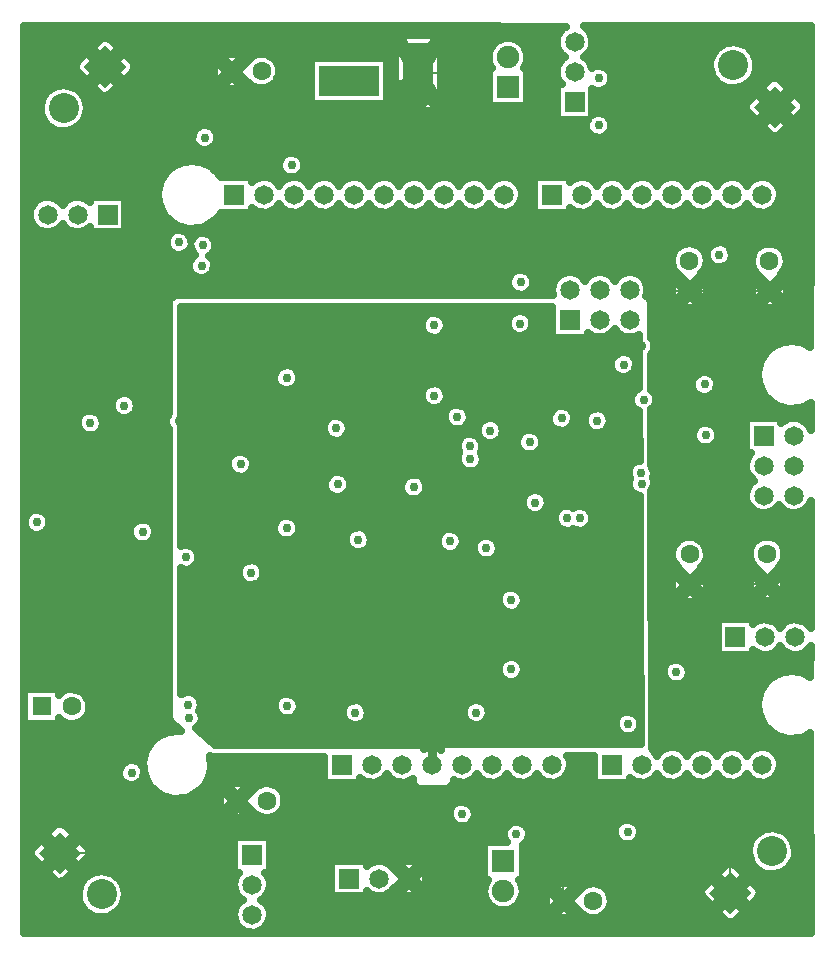
<source format=gbr>
G04 DipTrace 2.2.0.9*
%INVCCAF.gbr*%
%MOIN*%
%ADD14C,0.013*%
%ADD16C,0.03*%
%ADD17C,0.008*%
%ADD19C,0.05*%
%ADD20C,0.1*%
%ADD21C,0.025*%
%ADD25R,0.063X0.063*%
%ADD26C,0.063*%
%ADD28R,0.065X0.065*%
%ADD29C,0.065*%
%ADD32R,0.1X0.2*%
%ADD34R,0.2X0.1*%
%ADD36R,0.075X0.075*%
%ADD37C,0.075*%
%FSLAX44Y44*%
%SFA1B1*%
%OFA0B0*%
G04*
G70*
G90*
G75*
G01*
%LNInner2*%
%LPD*%
X16973Y17092D2*
D14*
Y17674D1*
X17739Y18440D1*
X18434D1*
X18468Y18474D1*
X20431D1*
X21314Y19357D1*
X21380D1*
X21778D1*
X21999Y19578D1*
Y18364D1*
X21687Y18051D1*
Y17485D1*
X22581Y16591D1*
X21999Y19578D2*
X22499D1*
X23055Y20134D1*
Y21337D1*
X22937Y21454D1*
Y23322D1*
X23509Y23893D1*
X24938D1*
X16973Y17092D2*
Y11547D1*
X17183Y11337D1*
X17896Y10624D1*
Y9984D1*
X17940Y9940D1*
X21380Y19357D2*
Y19614D1*
X20695Y20298D1*
Y21126D1*
X18403Y23418D1*
X16973Y17092D2*
X13755D1*
X11062D1*
X10999Y17155D1*
X10129Y18024D1*
X13755Y18649D2*
Y17092D1*
Y18649D2*
Y23370D1*
X13793Y23408D1*
X10296Y22748D2*
X11973D1*
X12718Y23493D1*
X13708D1*
X13793Y23408D1*
X9784Y13029D2*
Y15939D1*
X10999Y17155D1*
X9784Y13029D2*
Y12574D1*
X9492Y21398D2*
X9671D1*
X10390Y22117D1*
Y22654D1*
X10296Y22748D1*
X23591Y17990D2*
Y18144D1*
X22965Y18770D1*
X22807D1*
X21999Y19578D1*
X17183Y11337D2*
Y11375D1*
X17460Y11652D1*
X18088D1*
X18681Y11059D1*
X20750D1*
X21387Y11696D1*
X21385Y12645D2*
Y11698D1*
X21387Y11696D1*
X17482Y32996D2*
D20*
Y32306D1*
X17027D1*
X22309Y5411D2*
D17*
Y6342D1*
X22466Y6499D1*
X27058D1*
X27883Y5673D1*
Y7628D1*
X29687Y9431D1*
Y10164D1*
X29693Y10170D1*
Y10657D1*
X28754D1*
X28441Y10971D1*
Y11117D1*
X26938Y12620D1*
Y15544D1*
X26522Y15961D1*
X29092D1*
X29104Y15972D1*
X26510Y25748D2*
X25943D1*
X25620Y25425D1*
Y20632D1*
Y16708D1*
Y16602D1*
Y16448D1*
X25758Y16310D1*
X26172D1*
X26522Y15961D1*
X26510Y25748D2*
X29172D1*
X29180Y25739D1*
X17482Y32996D2*
X18866D1*
X20913Y30950D1*
Y27790D1*
X22296D1*
X22233Y27727D1*
X25152D1*
X25262Y27617D1*
Y26996D1*
X26510Y25748D1*
X5535Y7014D2*
X6572D1*
X7680Y8121D1*
X10807D1*
X11438Y8752D1*
Y8305D1*
X11838Y7905D1*
X16564D1*
X17049Y7420D1*
Y6266D1*
X17165Y6149D1*
Y6092D1*
X18139Y5118D1*
X22017D1*
X22309Y5411D1*
X26522Y15961D2*
D14*
X26367D1*
X25620Y16708D1*
X26187Y22557D2*
Y20992D1*
X26234Y20945D1*
X26522Y15961D2*
X26262D1*
X25620Y16602D1*
X26234Y20945D2*
X25934D1*
X25620Y20632D1*
D16*
X17460Y11652D3*
X15383Y11680D3*
X16973Y17092D3*
X21999Y19578D3*
X19408Y11682D3*
X21387Y11696D3*
X9813Y11951D3*
X22447Y18163D3*
X22860Y18159D3*
X9841Y11498D3*
X22937Y21454D3*
X24938Y23893D3*
X20578Y13122D3*
Y15435D3*
X22581Y16591D3*
X15483Y17445D3*
X18540Y17390D3*
X18403Y23418D3*
X17328Y19208D3*
X18468Y18474D3*
X18775Y21540D3*
X18010Y22244D3*
X19199Y20565D3*
X19219Y20141D3*
X21193Y20704D3*
X7683Y21920D3*
X10129Y18024D3*
X14795Y19290D3*
X8288Y17708D3*
X11903Y16344D3*
X14740Y21163D3*
X21377Y18685D3*
X13793Y23408D3*
X13755Y18649D3*
X11555Y19966D3*
X18008Y24592D3*
X9784Y12574D3*
Y13029D3*
X13094Y22845D3*
Y17838D3*
X18940Y8302D3*
X19752Y17170D3*
X23442Y21411D3*
X22258Y21494D3*
X24323Y23284D3*
X4771Y18024D3*
X19880Y21087D3*
X9728Y16867D3*
X24472Y11305D3*
X7925Y9683D3*
X9501Y27357D3*
X10257Y26585D3*
X10300Y27263D3*
X21385Y12645D3*
X10296Y22748D3*
X20754Y7631D3*
X24456Y7704D3*
X27059Y20936D3*
X9492Y21398D3*
X6549Y21340D3*
X24925Y19311D3*
X20892Y26033D3*
X26084Y13038D3*
X24915Y19676D3*
X24992Y22118D3*
X23591Y17990D3*
X27520Y26943D3*
X13109Y11904D3*
X20871Y24653D3*
X26187Y22557D3*
X26234Y20945D3*
X27022Y22622D3*
X23504Y32823D3*
X23496Y31260D3*
X10364Y30850D3*
X13262Y29937D3*
X9593Y24966D2*
D21*
X17803D1*
X18213D2*
X20573D1*
X21170D2*
X21916D1*
X9593Y24717D2*
X17588D1*
X18427D2*
X20436D1*
X21306D2*
X21916D1*
X9593Y24468D2*
X17588D1*
X18427D2*
X20475D1*
X21267D2*
X21916D1*
X9593Y24219D2*
X17799D1*
X18216D2*
X21916D1*
X23146D2*
X23311D1*
X23752D2*
X24311D1*
X9593Y23971D2*
X24823D1*
X9593Y23722D2*
X24823D1*
X9593Y23473D2*
X23928D1*
X24716D2*
X24823D1*
X9593Y23225D2*
X12901D1*
X13287D2*
X23889D1*
X9593Y22976D2*
X12674D1*
X13513D2*
X24018D1*
X24627D2*
X24823D1*
X9593Y22727D2*
X12670D1*
X13517D2*
X24827D1*
X9593Y22479D2*
X12874D1*
X13314D2*
X17643D1*
X18377D2*
X24764D1*
X9593Y22230D2*
X17569D1*
X18451D2*
X24569D1*
X9593Y21981D2*
X17663D1*
X18357D2*
X24577D1*
X9593Y21733D2*
X18381D1*
X19166D2*
X21893D1*
X22623D2*
X23155D1*
X23728D2*
X24811D1*
X9593Y21484D2*
X14452D1*
X15029D2*
X18338D1*
X19213D2*
X19737D1*
X20025D2*
X21819D1*
X22697D2*
X23010D1*
X23877D2*
X24831D1*
X9593Y21235D2*
X14307D1*
X15174D2*
X18467D1*
X19084D2*
X19467D1*
X20295D2*
X21909D1*
X22607D2*
X23041D1*
X23841D2*
X24831D1*
X9593Y20987D2*
X14338D1*
X15138D2*
X19452D1*
X20306D2*
X20866D1*
X21521D2*
X24831D1*
X9593Y20738D2*
X18795D1*
X20131D2*
X20756D1*
X21631D2*
X24831D1*
X9593Y20489D2*
X18768D1*
X19631D2*
X20815D1*
X21572D2*
X24834D1*
X9593Y20240D2*
X11217D1*
X11892D2*
X18791D1*
X19646D2*
X24834D1*
X9593Y19992D2*
X11116D1*
X11994D2*
X18807D1*
X19631D2*
X24620D1*
X9593Y19743D2*
X11178D1*
X11931D2*
X19077D1*
X19361D2*
X24479D1*
X9593Y19494D2*
X14409D1*
X15181D2*
X17002D1*
X17654D2*
X24518D1*
X9593Y19246D2*
X14358D1*
X15232D2*
X16889D1*
X17767D2*
X24491D1*
X9593Y18997D2*
X14475D1*
X15115D2*
X16948D1*
X17713D2*
X21081D1*
X21674D2*
X24627D1*
X9593Y18748D2*
X20940D1*
X21810D2*
X24838D1*
X9593Y18500D2*
X20979D1*
X21771D2*
X22178D1*
X23123D2*
X24838D1*
X9593Y18251D2*
X13026D1*
X13163D2*
X22018D1*
X23291D2*
X24842D1*
X9593Y18002D2*
X12686D1*
X13502D2*
X22038D1*
X23267D2*
X24842D1*
X9593Y17754D2*
X12663D1*
X13525D2*
X15182D1*
X15787D2*
X18315D1*
X18767D2*
X22354D1*
X22537D2*
X22749D1*
X22974D2*
X24842D1*
X9593Y17505D2*
X12823D1*
X13365D2*
X15049D1*
X15920D2*
X18116D1*
X18963D2*
X19483D1*
X20021D2*
X24842D1*
X9896Y17256D2*
X15088D1*
X15877D2*
X18124D1*
X18959D2*
X19323D1*
X20181D2*
X24842D1*
X10142Y17008D2*
X18354D1*
X18724D2*
X19346D1*
X20158D2*
X24846D1*
X10154Y16759D2*
X24846D1*
X9963Y16510D2*
X11499D1*
X12310D2*
X24846D1*
X9593Y16261D2*
X11471D1*
X12334D2*
X24846D1*
X9593Y16013D2*
X11627D1*
X12177D2*
X24850D1*
X9593Y15764D2*
X20299D1*
X20857D2*
X24850D1*
X9593Y15515D2*
X20147D1*
X21009D2*
X24850D1*
X9593Y15267D2*
X20174D1*
X20982D2*
X24850D1*
X9593Y15018D2*
X24850D1*
X9593Y14769D2*
X24854D1*
X9593Y14521D2*
X24854D1*
X9593Y14272D2*
X24854D1*
X9593Y14023D2*
X24854D1*
X9593Y13775D2*
X24854D1*
X9593Y13526D2*
X20459D1*
X20696D2*
X24858D1*
X9593Y13277D2*
X20166D1*
X20986D2*
X24858D1*
X9593Y13029D2*
X20147D1*
X21006D2*
X24858D1*
X9593Y12780D2*
X20319D1*
X20838D2*
X24858D1*
X9593Y12531D2*
X24862D1*
X10088Y12282D2*
X12913D1*
X13306D2*
X24862D1*
X10244Y12034D2*
X12690D1*
X13529D2*
X15139D1*
X15627D2*
X19163D1*
X19654D2*
X24862D1*
X10216Y11785D2*
X12686D1*
X13533D2*
X14956D1*
X15810D2*
X18983D1*
X19834D2*
X24862D1*
X10279Y11536D2*
X12893D1*
X13326D2*
X14967D1*
X15799D2*
X18995D1*
X19822D2*
X24104D1*
X10224Y11288D2*
X15225D1*
X15541D2*
X19256D1*
X19560D2*
X24034D1*
X10224Y11039D2*
X24127D1*
X10513Y10790D2*
X24866D1*
X17677Y10542D2*
X18213D1*
X17676Y10468D2*
X17786Y10510D1*
X17910Y10529D1*
X18034Y10522D1*
X18155Y10490D1*
X18242Y10447D1*
X18241Y10506D1*
X18300Y10613D1*
X18366Y10634D1*
X24893Y10633D1*
X24876Y15257D1*
X24863Y18902D1*
X24828Y18908D1*
X24712Y18955D1*
X24616Y19034D1*
X24548Y19138D1*
X24513Y19257D1*
X24516Y19382D1*
X24549Y19482D1*
X24503Y19622D1*
X24506Y19746D1*
X24545Y19865D1*
X24618Y19966D1*
X24717Y20041D1*
X24834Y20083D1*
X24862Y20084D1*
X24854Y21632D1*
Y21730D1*
X24779Y21761D1*
X24683Y21840D1*
X24615Y21944D1*
X24580Y22064D1*
X24583Y22188D1*
X24622Y22307D1*
X24695Y22408D1*
X24794Y22483D1*
X24849Y22502D1*
X24845Y24277D1*
X24705Y24212D1*
X24583Y24188D1*
X24458Y24190D1*
X24336Y24219D1*
X24224Y24272D1*
X24125Y24348D1*
X24031Y24467D1*
X24006Y24425D1*
X23921Y24333D1*
X23820Y24261D1*
X23705Y24212D1*
X23583Y24188D1*
X23458Y24190D1*
X23336Y24219D1*
X23224Y24272D1*
X23122Y24351D1*
X23121Y24186D1*
X21941D1*
Y25213D1*
X9568Y25214D1*
Y17249D1*
X9648Y17274D1*
X9772Y17280D1*
X9892Y17248D1*
X9998Y17182D1*
X10079Y17088D1*
X10129Y16973D1*
X10143Y16867D1*
X10124Y16744D1*
X10070Y16632D1*
X9985Y16541D1*
X9876Y16479D1*
X9755Y16453D1*
X9631Y16464D1*
X9569Y16489D1*
X9568Y12288D1*
X9616Y12316D1*
X9733Y12358D1*
X9857Y12363D1*
X9978Y12332D1*
X10083Y12266D1*
X10164Y12171D1*
X10214Y12057D1*
X10228Y11951D1*
X10209Y11827D1*
X10170Y11747D1*
X10193Y11719D1*
X10242Y11605D1*
X10256Y11498D1*
X10237Y11375D1*
X10183Y11263D1*
X10098Y11172D1*
X10067Y11155D1*
X10708Y10599D1*
X15285Y10596D1*
X17551Y10593D1*
X17657Y10532D1*
X17676Y10465D1*
X15779Y11557D2*
X15725Y11445D1*
X15640Y11354D1*
X15531Y11293D1*
X15410Y11266D1*
X15286Y11277D1*
X15170Y11324D1*
X15074Y11403D1*
X15006Y11507D1*
X14971Y11627D1*
X14974Y11751D1*
X15013Y11869D1*
X15086Y11970D1*
X15185Y12045D1*
X15303Y12087D1*
X15427Y12093D1*
X15547Y12061D1*
X15653Y11995D1*
X15734Y11901D1*
X15784Y11787D1*
X15798Y11680D1*
X15779Y11557D1*
X19805Y11559D2*
X19750Y11447D1*
X19665Y11356D1*
X19557Y11295D1*
X19435Y11268D1*
X19311Y11279D1*
X19196Y11326D1*
X19100Y11405D1*
X19031Y11509D1*
X18997Y11629D1*
X18999Y11753D1*
X19039Y11871D1*
X19112Y11972D1*
X19211Y12047D1*
X19328Y12089D1*
X19453Y12095D1*
X19573Y12063D1*
X19679Y11997D1*
X19760Y11903D1*
X19810Y11788D1*
X19823Y11682D1*
X19805Y11559D1*
X22646Y17804D2*
X22595Y17775D1*
X22473Y17749D1*
X22349Y17759D1*
X22234Y17806D1*
X22138Y17885D1*
X22069Y17990D1*
X22035Y18109D1*
X22038Y18234D1*
X22077Y18352D1*
X22150Y18453D1*
X22249Y18528D1*
X22366Y18570D1*
X22491Y18575D1*
X22611Y18544D1*
X22654Y18517D1*
X22780Y18566D1*
X22904Y18572D1*
X23025Y18540D1*
X23130Y18474D1*
X23212Y18380D1*
X23261Y18265D1*
X23275Y18159D1*
X23256Y18036D1*
X23202Y17924D1*
X23117Y17833D1*
X23009Y17772D1*
X22887Y17745D1*
X22763Y17756D1*
X22651Y17801D1*
X20974Y12999D2*
X20920Y12887D1*
X20835Y12796D1*
X20727Y12734D1*
X20605Y12708D1*
X20481Y12718D1*
X20365Y12765D1*
X20269Y12844D1*
X20201Y12948D1*
X20166Y13068D1*
X20169Y13193D1*
X20209Y13311D1*
X20281Y13412D1*
X20381Y13487D1*
X20498Y13529D1*
X20622Y13534D1*
X20743Y13503D1*
X20848Y13437D1*
X20930Y13342D1*
X20979Y13228D1*
X20993Y13122D1*
X20974Y12999D1*
Y15312D2*
X20920Y15200D1*
X20835Y15109D1*
X20727Y15047D1*
X20605Y15021D1*
X20481Y15032D1*
X20365Y15079D1*
X20269Y15158D1*
X20201Y15262D1*
X20166Y15381D1*
X20169Y15506D1*
X20209Y15624D1*
X20281Y15725D1*
X20381Y15800D1*
X20498Y15842D1*
X20622Y15848D1*
X20743Y15816D1*
X20848Y15750D1*
X20930Y15656D1*
X20979Y15541D1*
X20993Y15435D1*
X20974Y15312D1*
X15880Y17322D2*
X15825Y17210D1*
X15740Y17119D1*
X15632Y17058D1*
X15510Y17031D1*
X15386Y17042D1*
X15271Y17089D1*
X15175Y17168D1*
X15106Y17272D1*
X15072Y17392D1*
X15074Y17516D1*
X15114Y17634D1*
X15187Y17735D1*
X15286Y17810D1*
X15403Y17853D1*
X15528Y17858D1*
X15648Y17826D1*
X15754Y17760D1*
X15835Y17666D1*
X15885Y17552D1*
X15898Y17445D1*
X15880Y17322D1*
X18936Y17267D2*
X18882Y17155D1*
X18797Y17064D1*
X18689Y17003D1*
X18567Y16976D1*
X18443Y16987D1*
X18328Y17034D1*
X18231Y17113D1*
X18163Y17217D1*
X18129Y17337D1*
X18131Y17461D1*
X18171Y17579D1*
X18243Y17680D1*
X18343Y17755D1*
X18460Y17797D1*
X18584Y17803D1*
X18705Y17771D1*
X18810Y17705D1*
X18892Y17611D1*
X18941Y17497D1*
X18955Y17390D1*
X18936Y17267D1*
X17725Y19085D2*
X17670Y18973D1*
X17585Y18882D1*
X17477Y18820D1*
X17355Y18794D1*
X17231Y18804D1*
X17116Y18851D1*
X17020Y18930D1*
X16951Y19035D1*
X16917Y19154D1*
X16920Y19279D1*
X16959Y19397D1*
X17032Y19498D1*
X17131Y19573D1*
X17248Y19615D1*
X17373Y19620D1*
X17493Y19589D1*
X17599Y19523D1*
X17680Y19428D1*
X17730Y19314D1*
X17743Y19208D1*
X17725Y19085D1*
X19172Y21417D2*
X19117Y21304D1*
X19032Y21214D1*
X18924Y21152D1*
X18802Y21126D1*
X18678Y21136D1*
X18563Y21183D1*
X18467Y21262D1*
X18398Y21366D1*
X18364Y21486D1*
X18366Y21611D1*
X18406Y21729D1*
X18479Y21830D1*
X18578Y21905D1*
X18695Y21947D1*
X18820Y21952D1*
X18940Y21921D1*
X19046Y21855D1*
X19127Y21760D1*
X19177Y21646D1*
X19190Y21540D1*
X19172Y21417D1*
X18406Y22121D2*
X18352Y22009D1*
X18267Y21918D1*
X18158Y21857D1*
X18037Y21830D1*
X17913Y21841D1*
X17797Y21888D1*
X17701Y21967D1*
X17633Y22071D1*
X17598Y22191D1*
X17601Y22315D1*
X17640Y22433D1*
X17713Y22534D1*
X17813Y22609D1*
X17930Y22652D1*
X18054Y22657D1*
X18175Y22625D1*
X18280Y22559D1*
X18361Y22465D1*
X18411Y22351D1*
X18425Y22244D1*
X18406Y22121D1*
X19596Y20442D2*
X19563Y20376D1*
X19620Y20247D1*
X19634Y20141D1*
X19615Y20017D1*
X19561Y19905D1*
X19475Y19815D1*
X19367Y19753D1*
X19245Y19726D1*
X19121Y19737D1*
X19006Y19784D1*
X18910Y19863D1*
X18841Y19967D1*
X18807Y20087D1*
X18810Y20212D1*
X18851Y20333D1*
X18822Y20392D1*
X18788Y20512D1*
X18790Y20636D1*
X18830Y20754D1*
X18903Y20855D1*
X19002Y20930D1*
X19119Y20972D1*
X19244Y20978D1*
X19364Y20946D1*
X19470Y20880D1*
X19551Y20786D1*
X19600Y20672D1*
X19614Y20565D1*
X19596Y20442D1*
X21590Y20581D2*
X21535Y20469D1*
X21450Y20378D1*
X21342Y20317D1*
X21220Y20290D1*
X21096Y20301D1*
X20981Y20348D1*
X20885Y20427D1*
X20816Y20531D1*
X20782Y20651D1*
X20784Y20775D1*
X20824Y20893D1*
X20896Y20994D1*
X20996Y21069D1*
X21113Y21111D1*
X21237Y21117D1*
X21358Y21085D1*
X21464Y21019D1*
X21545Y20925D1*
X21594Y20810D1*
X21608Y20704D1*
X21590Y20581D1*
X15191Y19167D2*
X15137Y19055D1*
X15052Y18964D1*
X14943Y18903D1*
X14822Y18876D1*
X14698Y18887D1*
X14582Y18934D1*
X14486Y19013D1*
X14418Y19117D1*
X14383Y19237D1*
X14386Y19361D1*
X14425Y19479D1*
X14498Y19581D1*
X14598Y19655D1*
X14715Y19698D1*
X14839Y19703D1*
X14960Y19671D1*
X15065Y19605D1*
X15146Y19511D1*
X15196Y19397D1*
X15210Y19290D1*
X15191Y19167D1*
X12300Y16221D2*
X12245Y16109D1*
X12160Y16018D1*
X12052Y15956D1*
X11930Y15930D1*
X11806Y15940D1*
X11691Y15987D1*
X11595Y16066D1*
X11526Y16170D1*
X11492Y16290D1*
X11494Y16415D1*
X11534Y16533D1*
X11607Y16634D1*
X11706Y16709D1*
X11823Y16751D1*
X11948Y16756D1*
X12068Y16725D1*
X12174Y16659D1*
X12255Y16564D1*
X12304Y16450D1*
X12318Y16344D1*
X12300Y16221D1*
X15136Y21040D2*
X15082Y20928D1*
X14997Y20837D1*
X14888Y20776D1*
X14767Y20749D1*
X14643Y20760D1*
X14527Y20807D1*
X14431Y20886D1*
X14363Y20990D1*
X14328Y21109D1*
X14331Y21234D1*
X14370Y21352D1*
X14443Y21453D1*
X14542Y21528D1*
X14660Y21570D1*
X14784Y21576D1*
X14905Y21544D1*
X15010Y21478D1*
X15091Y21384D1*
X15141Y21269D1*
X15155Y21163D1*
X15136Y21040D1*
X21773Y18561D2*
X21719Y18449D1*
X21633Y18359D1*
X21525Y18297D1*
X21404Y18270D1*
X21279Y18281D1*
X21164Y18328D1*
X21068Y18407D1*
X21000Y18511D1*
X20965Y18631D1*
X20968Y18755D1*
X21007Y18874D1*
X21080Y18975D1*
X21179Y19050D1*
X21297Y19092D1*
X21421Y19097D1*
X21541Y19065D1*
X21647Y18999D1*
X21728Y18905D1*
X21778Y18791D1*
X21792Y18685D1*
X21773Y18561D1*
X11951Y19843D2*
X11897Y19731D1*
X11811Y19640D1*
X11703Y19578D1*
X11582Y19552D1*
X11457Y19562D1*
X11342Y19609D1*
X11246Y19689D1*
X11178Y19793D1*
X11143Y19912D1*
X11146Y20037D1*
X11185Y20155D1*
X11258Y20256D1*
X11357Y20331D1*
X11475Y20373D1*
X11599Y20379D1*
X11719Y20347D1*
X11825Y20281D1*
X11906Y20186D1*
X11956Y20072D1*
X11970Y19966D1*
X11951Y19843D1*
X18404Y24469D2*
X18350Y24357D1*
X18265Y24266D1*
X18156Y24204D1*
X18035Y24178D1*
X17911Y24188D1*
X17795Y24235D1*
X17699Y24315D1*
X17631Y24419D1*
X17596Y24538D1*
X17599Y24663D1*
X17638Y24781D1*
X17711Y24882D1*
X17810Y24957D1*
X17928Y24999D1*
X18052Y25005D1*
X18172Y24973D1*
X18278Y24907D1*
X18359Y24812D1*
X18409Y24698D1*
X18423Y24592D1*
X18404Y24469D1*
X13490Y22722D2*
X13436Y22610D1*
X13351Y22519D1*
X13243Y22458D1*
X13121Y22431D1*
X12997Y22442D1*
X12882Y22489D1*
X12785Y22568D1*
X12717Y22672D1*
X12683Y22792D1*
X12685Y22916D1*
X12725Y23034D1*
X12797Y23136D1*
X12897Y23210D1*
X13014Y23253D1*
X13138Y23258D1*
X13259Y23226D1*
X13364Y23160D1*
X13446Y23066D1*
X13495Y22952D1*
X13509Y22845D1*
X13490Y22722D1*
Y17715D2*
X13436Y17603D1*
X13351Y17512D1*
X13243Y17451D1*
X13121Y17424D1*
X12997Y17435D1*
X12882Y17482D1*
X12785Y17561D1*
X12717Y17665D1*
X12683Y17785D1*
X12685Y17909D1*
X12725Y18027D1*
X12797Y18129D1*
X12897Y18204D1*
X13014Y18246D1*
X13138Y18251D1*
X13259Y18219D1*
X13364Y18153D1*
X13446Y18059D1*
X13495Y17945D1*
X13509Y17838D1*
X13490Y17715D1*
X20148Y17047D2*
X20094Y16935D1*
X20009Y16844D1*
X19900Y16782D1*
X19779Y16756D1*
X19655Y16766D1*
X19539Y16813D1*
X19443Y16893D1*
X19375Y16997D1*
X19340Y17116D1*
X19343Y17241D1*
X19382Y17359D1*
X19455Y17460D1*
X19555Y17535D1*
X19672Y17577D1*
X19796Y17583D1*
X19917Y17551D1*
X20022Y17485D1*
X20103Y17390D1*
X20153Y17276D1*
X20167Y17170D1*
X20148Y17047D1*
X23838Y21288D2*
X23784Y21176D1*
X23699Y21085D1*
X23591Y21023D1*
X23469Y20997D1*
X23345Y21007D1*
X23230Y21054D1*
X23133Y21134D1*
X23065Y21238D1*
X23031Y21357D1*
X23033Y21482D1*
X23073Y21600D1*
X23145Y21701D1*
X23245Y21776D1*
X23362Y21818D1*
X23486Y21824D1*
X23607Y21792D1*
X23712Y21726D1*
X23794Y21631D1*
X23843Y21517D1*
X23857Y21411D1*
X23838Y21288D1*
X22654Y21370D2*
X22600Y21258D1*
X22515Y21168D1*
X22406Y21106D1*
X22285Y21079D1*
X22161Y21090D1*
X22045Y21137D1*
X21949Y21216D1*
X21881Y21320D1*
X21846Y21440D1*
X21849Y21564D1*
X21888Y21683D1*
X21961Y21784D1*
X22061Y21859D1*
X22178Y21901D1*
X22302Y21906D1*
X22423Y21874D1*
X22528Y21808D1*
X22609Y21714D1*
X22659Y21600D1*
X22673Y21494D1*
X22654Y21370D1*
X24720Y23160D2*
X24665Y23048D1*
X24580Y22958D1*
X24472Y22896D1*
X24350Y22869D1*
X24226Y22880D1*
X24111Y22927D1*
X24015Y23006D1*
X23946Y23110D1*
X23912Y23230D1*
X23914Y23354D1*
X23954Y23473D1*
X24027Y23574D1*
X24126Y23649D1*
X24243Y23691D1*
X24368Y23696D1*
X24488Y23664D1*
X24594Y23598D1*
X24675Y23504D1*
X24724Y23390D1*
X24738Y23284D1*
X24720Y23160D1*
X20277Y20964D2*
X20222Y20852D1*
X20137Y20761D1*
X20029Y20699D1*
X19907Y20673D1*
X19783Y20683D1*
X19668Y20730D1*
X19572Y20810D1*
X19503Y20914D1*
X19469Y21033D1*
X19471Y21158D1*
X19511Y21276D1*
X19584Y21377D1*
X19683Y21452D1*
X19800Y21494D1*
X19925Y21500D1*
X20045Y21468D1*
X20151Y21402D1*
X20232Y21307D1*
X20282Y21193D1*
X20295Y21087D1*
X20277Y20964D1*
X24868Y11182D2*
X24814Y11070D1*
X24728Y10979D1*
X24620Y10918D1*
X24498Y10891D1*
X24374Y10902D1*
X24259Y10949D1*
X24163Y11028D1*
X24095Y11132D1*
X24060Y11252D1*
X24063Y11376D1*
X24102Y11494D1*
X24175Y11595D1*
X24274Y11670D1*
X24391Y11712D1*
X24516Y11718D1*
X24636Y11686D1*
X24742Y11620D1*
X24823Y11526D1*
X24873Y11412D1*
X24887Y11305D1*
X24868Y11182D1*
X13506Y11781D2*
X13451Y11669D1*
X13366Y11578D1*
X13258Y11517D1*
X13136Y11490D1*
X13012Y11501D1*
X12897Y11548D1*
X12801Y11627D1*
X12732Y11731D1*
X12698Y11851D1*
X12701Y11975D1*
X12740Y12093D1*
X12813Y12194D1*
X12912Y12269D1*
X13029Y12312D1*
X13154Y12317D1*
X13274Y12285D1*
X13380Y12219D1*
X13461Y12125D1*
X13511Y12011D1*
X13524Y11904D1*
X13506Y11781D1*
X21267Y24530D2*
X21213Y24417D1*
X21127Y24327D1*
X21019Y24265D1*
X20897Y24239D1*
X20773Y24249D1*
X20658Y24296D1*
X20562Y24375D1*
X20494Y24479D1*
X20459Y24599D1*
X20462Y24724D1*
X20501Y24842D1*
X20574Y24943D1*
X20673Y25018D1*
X20790Y25060D1*
X20915Y25065D1*
X21035Y25034D1*
X21141Y24968D1*
X21222Y24873D1*
X21272Y24759D1*
X21286Y24653D1*
X21267Y24530D1*
X17940Y10530D2*
D16*
Y9940D1*
X4350Y34306D2*
D21*
X22138D1*
X23246D2*
X30529D1*
X4350Y34058D2*
X6779D1*
X7313D2*
X16693D1*
X18270D2*
X20071D1*
X20860D2*
X22075D1*
X23305D2*
X30529D1*
X4350Y33809D2*
X6532D1*
X7559D2*
X16693D1*
X18270D2*
X19864D1*
X21071D2*
X22126D1*
X23258D2*
X27423D1*
X28539D2*
X30529D1*
X4350Y33560D2*
X6282D1*
X7809D2*
X10654D1*
X12590D2*
X16693D1*
X18270D2*
X19802D1*
X21129D2*
X22329D1*
X23055D2*
X27251D1*
X28711D2*
X30529D1*
X4350Y33312D2*
X6068D1*
X8024D2*
X10654D1*
X12809D2*
X13880D1*
X16457D2*
X16693D1*
X18270D2*
X19841D1*
X21090D2*
X22142D1*
X23243D2*
X27193D1*
X28770D2*
X30529D1*
X4350Y33063D2*
X6099D1*
X7993D2*
X10654D1*
X12864D2*
X13880D1*
X16457D2*
X16693D1*
X18270D2*
X19802D1*
X21133D2*
X22075D1*
X23868D2*
X27216D1*
X28743D2*
X30529D1*
X4350Y32814D2*
X6341D1*
X7750D2*
X10654D1*
X12805D2*
X13880D1*
X16457D2*
X16693D1*
X18270D2*
X19802D1*
X21133D2*
X22122D1*
X23942D2*
X27333D1*
X28625D2*
X29220D1*
X29516D2*
X30529D1*
X4350Y32565D2*
X5427D1*
X5887D2*
X6591D1*
X7500D2*
X10654D1*
X11864D2*
X11943D1*
X12575D2*
X13880D1*
X16457D2*
X16693D1*
X18270D2*
X19802D1*
X21133D2*
X22075D1*
X23856D2*
X27638D1*
X28321D2*
X28954D1*
X29782D2*
X30529D1*
X4350Y32317D2*
X5044D1*
X6270D2*
X6841D1*
X7250D2*
X13880D1*
X16457D2*
X16693D1*
X18270D2*
X19802D1*
X21133D2*
X22075D1*
X23305D2*
X28708D1*
X30032D2*
X30529D1*
X4350Y32068D2*
X4907D1*
X6407D2*
X13880D1*
X16457D2*
X16693D1*
X18270D2*
X19802D1*
X21133D2*
X22075D1*
X23305D2*
X28458D1*
X30282D2*
X30529D1*
X4350Y31819D2*
X4868D1*
X6446D2*
X16693D1*
X18270D2*
X22075D1*
X23305D2*
X28376D1*
X30360D2*
X30531D1*
X4350Y31571D2*
X4911D1*
X6403D2*
X22075D1*
X23797D2*
X28564D1*
X30172D2*
X30529D1*
X4350Y31322D2*
X5060D1*
X6254D2*
X23060D1*
X23930D2*
X28814D1*
X29926D2*
X30529D1*
X4350Y31073D2*
X5509D1*
X5805D2*
X9989D1*
X10739D2*
X23099D1*
X23891D2*
X29064D1*
X29676D2*
X30529D1*
X4350Y30825D2*
X9927D1*
X10805D2*
X30529D1*
X4350Y30576D2*
X10029D1*
X10700D2*
X30529D1*
X4350Y30327D2*
X13095D1*
X13426D2*
X30529D1*
X4350Y30079D2*
X12849D1*
X13676D2*
X30529D1*
X4350Y29830D2*
X9224D1*
X10657D2*
X12837D1*
X13688D2*
X30529D1*
X4350Y29581D2*
X8989D1*
X10891D2*
X13025D1*
X13500D2*
X30529D1*
X4350Y29333D2*
X8861D1*
X20805D2*
X21325D1*
X29407D2*
X30529D1*
X4350Y29084D2*
X8798D1*
X20938D2*
X21325D1*
X29536D2*
X30529D1*
X4350Y28835D2*
X4880D1*
X5368D2*
X5880D1*
X6368D2*
X6510D1*
X7739D2*
X8794D1*
X20946D2*
X21325D1*
X29547D2*
X30529D1*
X4350Y28586D2*
X4591D1*
X7739D2*
X8845D1*
X20836D2*
X21325D1*
X29438D2*
X30529D1*
X4350Y28338D2*
X4513D1*
X7739D2*
X8962D1*
X10918D2*
X30529D1*
X4350Y28089D2*
X4544D1*
X7739D2*
X9177D1*
X10704D2*
X30529D1*
X4350Y27840D2*
X4712D1*
X5536D2*
X5712D1*
X7739D2*
X9673D1*
X10207D2*
X30529D1*
X4350Y27592D2*
X9134D1*
X9868D2*
X10025D1*
X10579D2*
X30529D1*
X4350Y27343D2*
X9064D1*
X10731D2*
X27384D1*
X27657D2*
X30529D1*
X4350Y27094D2*
X9154D1*
X10704D2*
X26021D1*
X27000D2*
X27108D1*
X27930D2*
X28696D1*
X29664D2*
X30529D1*
X4350Y26846D2*
X9907D1*
X10606D2*
X25915D1*
X27950D2*
X28587D1*
X29774D2*
X30529D1*
X4350Y26597D2*
X9818D1*
X10696D2*
X25927D1*
X27094D2*
X27267D1*
X27774D2*
X28595D1*
X29766D2*
X30529D1*
X4350Y26348D2*
X9892D1*
X10621D2*
X20599D1*
X21188D2*
X22364D1*
X22696D2*
X23364D1*
X23696D2*
X24364D1*
X24696D2*
X26064D1*
X26954D2*
X28728D1*
X29633D2*
X30529D1*
X4350Y26100D2*
X20458D1*
X21325D2*
X22013D1*
X25047D2*
X25904D1*
X27114D2*
X28575D1*
X29786D2*
X30529D1*
X4350Y25851D2*
X20493D1*
X21289D2*
X21919D1*
X25141D2*
X25904D1*
X27114D2*
X28575D1*
X29786D2*
X30529D1*
X4350Y25602D2*
X9388D1*
X25121D2*
X25904D1*
X27114D2*
X28575D1*
X29786D2*
X30529D1*
X4350Y25354D2*
X9154D1*
X25254D2*
X25904D1*
X27114D2*
X28575D1*
X29786D2*
X30529D1*
X4350Y25105D2*
X9154D1*
X25258D2*
X30529D1*
X4350Y24856D2*
X9154D1*
X25258D2*
X30529D1*
X4350Y24607D2*
X9154D1*
X25258D2*
X30529D1*
X4350Y24359D2*
X9154D1*
X25258D2*
X30529D1*
X4350Y24110D2*
X9154D1*
X25317D2*
X30529D1*
X4350Y23861D2*
X9154D1*
X25375D2*
X29267D1*
X4350Y23613D2*
X9154D1*
X25270D2*
X29013D1*
X4350Y23364D2*
X9154D1*
X25262D2*
X28872D1*
X4350Y23115D2*
X9154D1*
X25262D2*
X28802D1*
X4350Y22867D2*
X9154D1*
X25266D2*
X26661D1*
X27383D2*
X28790D1*
X4350Y22618D2*
X9154D1*
X25266D2*
X26583D1*
X27461D2*
X28837D1*
X4350Y22369D2*
X9154D1*
X25348D2*
X26669D1*
X27375D2*
X28943D1*
X4350Y22121D2*
X7294D1*
X8071D2*
X9154D1*
X25430D2*
X29142D1*
X4350Y21872D2*
X7247D1*
X8121D2*
X9154D1*
X25352D2*
X29560D1*
X30321D2*
X30529D1*
X4350Y21623D2*
X6220D1*
X6875D2*
X7368D1*
X7996D2*
X9118D1*
X25270D2*
X30529D1*
X4350Y21375D2*
X6111D1*
X6989D2*
X9052D1*
X25270D2*
X28380D1*
X30395D2*
X30528D1*
X4350Y21126D2*
X6169D1*
X6930D2*
X9154D1*
X25270D2*
X26665D1*
X27454D2*
X28380D1*
X4350Y20877D2*
X9154D1*
X25270D2*
X26622D1*
X27493D2*
X28380D1*
X4350Y20628D2*
X9154D1*
X25274D2*
X26755D1*
X27364D2*
X28380D1*
X4350Y20380D2*
X9154D1*
X25274D2*
X28380D1*
X4350Y20131D2*
X9154D1*
X25274D2*
X28419D1*
X4350Y19882D2*
X9154D1*
X25297D2*
X28380D1*
X4350Y19634D2*
X9154D1*
X25352D2*
X28454D1*
X4350Y19385D2*
X9154D1*
X25360D2*
X28607D1*
X4350Y19136D2*
X9154D1*
X25325D2*
X28423D1*
X4350Y18888D2*
X9154D1*
X25278D2*
X28380D1*
X4350Y18639D2*
X9154D1*
X25278D2*
X28450D1*
X4350Y18390D2*
X4552D1*
X4989D2*
X9154D1*
X25282D2*
X28712D1*
X29278D2*
X29712D1*
X30278D2*
X30529D1*
X5192Y18142D2*
X9154D1*
X25282D2*
X30529D1*
X5188Y17893D2*
X7892D1*
X8684D2*
X9154D1*
X25282D2*
X30529D1*
X4350Y17644D2*
X4579D1*
X4965D2*
X7853D1*
X8723D2*
X9154D1*
X25282D2*
X30529D1*
X4350Y17396D2*
X7989D1*
X8586D2*
X9154D1*
X25282D2*
X26114D1*
X26930D2*
X28681D1*
X29524D2*
X30529D1*
X4350Y17147D2*
X9154D1*
X25286D2*
X25946D1*
X27094D2*
X28525D1*
X29680D2*
X30529D1*
X4350Y16898D2*
X9154D1*
X25286D2*
X25919D1*
X27121D2*
X28505D1*
X29704D2*
X30529D1*
X4350Y16649D2*
X9154D1*
X25286D2*
X26009D1*
X27036D2*
X28595D1*
X29610D2*
X30529D1*
X4350Y16401D2*
X9154D1*
X25286D2*
X25915D1*
X27125D2*
X28497D1*
X29707D2*
X30529D1*
X4350Y16152D2*
X9154D1*
X25289D2*
X25915D1*
X27125D2*
X28497D1*
X29707D2*
X30529D1*
X4350Y15903D2*
X9154D1*
X25289D2*
X25915D1*
X27125D2*
X28497D1*
X29707D2*
X30529D1*
X4350Y15655D2*
X9154D1*
X25289D2*
X25915D1*
X27125D2*
X28497D1*
X29707D2*
X30529D1*
X4350Y15406D2*
X9154D1*
X25289D2*
X25915D1*
X27125D2*
X28497D1*
X29707D2*
X30529D1*
X4350Y15157D2*
X9154D1*
X25289D2*
X30529D1*
X4350Y14909D2*
X9154D1*
X25293D2*
X30529D1*
X4350Y14660D2*
X9154D1*
X25293D2*
X27435D1*
X29446D2*
X29657D1*
X30446D2*
X30528D1*
X4350Y14411D2*
X9154D1*
X25293D2*
X27435D1*
X4350Y14163D2*
X9154D1*
X25293D2*
X27435D1*
X4350Y13914D2*
X9154D1*
X25293D2*
X27435D1*
X4350Y13665D2*
X9154D1*
X25297D2*
X27435D1*
X28664D2*
X28780D1*
X29325D2*
X29779D1*
X30325D2*
X30529D1*
X4350Y13417D2*
X9154D1*
X25297D2*
X25888D1*
X26278D2*
X30529D1*
X4350Y13168D2*
X9154D1*
X25297D2*
X25665D1*
X26504D2*
X30529D1*
X4350Y12919D2*
X9154D1*
X25297D2*
X25661D1*
X26508D2*
X29361D1*
X4350Y12670D2*
X9154D1*
X25301D2*
X25868D1*
X26301D2*
X29060D1*
X5536Y12422D2*
X5677D1*
X6188D2*
X9154D1*
X25301D2*
X28896D1*
X6461Y12173D2*
X9154D1*
X25301D2*
X28814D1*
X6536Y11924D2*
X9154D1*
X25301D2*
X28790D1*
X6496Y11676D2*
X9154D1*
X25301D2*
X28821D1*
X6305Y11427D2*
X9173D1*
X25305D2*
X28911D1*
X4350Y11178D2*
X9419D1*
X25305D2*
X29087D1*
X4350Y10930D2*
X8876D1*
X25305D2*
X29419D1*
X4350Y10681D2*
X8568D1*
X25305D2*
X30529D1*
X4350Y10432D2*
X8404D1*
X25297D2*
X25591D1*
X26289D2*
X26591D1*
X27289D2*
X27591D1*
X28289D2*
X28591D1*
X29289D2*
X30529D1*
X4350Y10184D2*
X8314D1*
X10563D2*
X14325D1*
X22500D2*
X23325D1*
X29500D2*
X30529D1*
X4350Y9935D2*
X7571D1*
X10590D2*
X14325D1*
X22555D2*
X23325D1*
X29555D2*
X30529D1*
X4350Y9686D2*
X7486D1*
X10563D2*
X14325D1*
X22496D2*
X23325D1*
X29496D2*
X30529D1*
X4350Y9438D2*
X7568D1*
X8286D2*
X8404D1*
X10473D2*
X14325D1*
X16274D2*
X16607D1*
X19274D2*
X19607D1*
X20274D2*
X20607D1*
X21274D2*
X21607D1*
X22274D2*
X23325D1*
X25274D2*
X25607D1*
X26274D2*
X26607D1*
X27274D2*
X27607D1*
X28274D2*
X28607D1*
X29274D2*
X30529D1*
X4350Y9189D2*
X8575D1*
X10305D2*
X10833D1*
X12844D2*
X17388D1*
X18571D2*
X30529D1*
X4350Y8940D2*
X8896D1*
X9985D2*
X10833D1*
X13012D2*
X30529D1*
X4350Y8691D2*
X10833D1*
X13039D2*
X18771D1*
X19110D2*
X30529D1*
X4350Y8443D2*
X10833D1*
X12954D2*
X18525D1*
X19356D2*
X30529D1*
X4350Y8194D2*
X10833D1*
X12043D2*
X12259D1*
X12621D2*
X18517D1*
X19368D2*
X30529D1*
X4350Y7945D2*
X5368D1*
X5700D2*
X18704D1*
X19176D2*
X20458D1*
X21051D2*
X24095D1*
X24817D2*
X30529D1*
X4350Y7697D2*
X5111D1*
X5957D2*
X20318D1*
X21188D2*
X24017D1*
X24895D2*
X28821D1*
X29723D2*
X30529D1*
X4350Y7448D2*
X4864D1*
X6207D2*
X11325D1*
X12555D2*
X20357D1*
X21153D2*
X24107D1*
X24809D2*
X28587D1*
X29957D2*
X30529D1*
X4350Y7199D2*
X4614D1*
X6457D2*
X11325D1*
X12555D2*
X19657D1*
X20985D2*
X28493D1*
X30051D2*
X30529D1*
X4350Y6951D2*
X4544D1*
X6524D2*
X11325D1*
X12555D2*
X19657D1*
X20985D2*
X28489D1*
X30055D2*
X30529D1*
X4350Y6702D2*
X4739D1*
X6329D2*
X11325D1*
X12555D2*
X14552D1*
X15782D2*
X15935D1*
X16395D2*
X16935D1*
X17395D2*
X19657D1*
X20985D2*
X28571D1*
X29973D2*
X30529D1*
X4350Y6453D2*
X4989D1*
X6082D2*
X11325D1*
X12555D2*
X14552D1*
X17696D2*
X19657D1*
X20985D2*
X27556D1*
X28211D2*
X28782D1*
X29762D2*
X30529D1*
X4350Y6205D2*
X5239D1*
X5832D2*
X6400D1*
X7450D2*
X11388D1*
X12493D2*
X14552D1*
X17778D2*
X19657D1*
X20985D2*
X27310D1*
X28457D2*
X30529D1*
X4350Y5956D2*
X6208D1*
X7637D2*
X11325D1*
X12555D2*
X14552D1*
X17746D2*
X19696D1*
X20946D2*
X21704D1*
X22914D2*
X23087D1*
X23532D2*
X27060D1*
X28707D2*
X30529D1*
X4350Y5707D2*
X6138D1*
X7711D2*
X11372D1*
X12508D2*
X14552D1*
X16582D2*
X16747D1*
X17582D2*
X19657D1*
X20985D2*
X21704D1*
X23832D2*
X26888D1*
X28879D2*
X30529D1*
X4350Y5459D2*
X6154D1*
X7696D2*
X11575D1*
X12305D2*
X19716D1*
X20922D2*
X21704D1*
X23911D2*
X26989D1*
X28774D2*
X30529D1*
X4350Y5210D2*
X6255D1*
X7590D2*
X11392D1*
X12489D2*
X19927D1*
X20715D2*
X21704D1*
X23879D2*
X27239D1*
X28528D2*
X30529D1*
X4350Y4961D2*
X6521D1*
X7329D2*
X11325D1*
X12555D2*
X21704D1*
X23700D2*
X27489D1*
X28278D2*
X30529D1*
X4350Y4712D2*
X11372D1*
X12508D2*
X27782D1*
X27985D2*
X30529D1*
X4350Y4464D2*
X11568D1*
X12313D2*
X30529D1*
X21754Y5991D2*
X22889D1*
Y5811D1*
X22974Y5884D1*
X23083Y5945D1*
X23202Y5981D1*
X23326Y5991D1*
X23450Y5974D1*
X23567Y5931D1*
X23672Y5864D1*
X23761Y5776D1*
X23828Y5671D1*
X23872Y5554D1*
X23889Y5411D1*
X23876Y5287D1*
X23836Y5169D1*
X23772Y5062D1*
X23687Y4971D1*
X23584Y4900D1*
X23468Y4853D1*
X23345Y4832D1*
X23221Y4838D1*
X23100Y4870D1*
X22989Y4928D1*
X22891Y5010D1*
X22889Y4831D1*
X21729D1*
Y5991D1*
X21754D1*
X10883Y9332D2*
X12018D1*
Y9152D1*
X12103Y9225D1*
X12212Y9286D1*
X12331Y9322D1*
X12455Y9332D1*
X12579Y9315D1*
X12696Y9272D1*
X12801Y9205D1*
X12890Y9117D1*
X12957Y9012D1*
X13000Y8895D1*
X13018Y8752D1*
X13005Y8628D1*
X12965Y8510D1*
X12901Y8403D1*
X12816Y8312D1*
X12713Y8242D1*
X12597Y8195D1*
X12474Y8174D1*
X12350Y8179D1*
X12229Y8212D1*
X12118Y8269D1*
X12020Y8352D1*
X12018Y8173D1*
X10858D1*
Y9332D1*
X10883D1*
X28625Y26319D2*
X28781D1*
X28687Y26433D1*
X28633Y26546D1*
X28605Y26667D1*
X28603Y26792D1*
X28627Y26914D1*
X28678Y27029D1*
X28751Y27129D1*
X28845Y27212D1*
X28953Y27273D1*
X29073Y27309D1*
X29197Y27319D1*
X29321Y27302D1*
X29438Y27259D1*
X29543Y27192D1*
X29631Y27104D1*
X29699Y26999D1*
X29742Y26882D1*
X29760Y26739D1*
X29747Y26615D1*
X29707Y26497D1*
X29643Y26390D1*
X29576Y26319D1*
X29760D1*
Y25159D1*
X28600D1*
Y26319D1*
X28625D1*
X10705Y33647D2*
X11840D1*
Y33467D1*
X11924Y33540D1*
X12033Y33601D1*
X12152Y33637D1*
X12277Y33647D1*
X12400Y33630D1*
X12517Y33587D1*
X12622Y33519D1*
X12711Y33431D1*
X12778Y33326D1*
X12822Y33210D1*
X12840Y33067D1*
X12826Y32943D1*
X12786Y32825D1*
X12722Y32718D1*
X12637Y32627D1*
X12534Y32556D1*
X12419Y32509D1*
X12296Y32488D1*
X12171Y32494D1*
X12050Y32526D1*
X11940Y32583D1*
X11841Y32666D1*
X11840Y32487D1*
X10680D1*
Y33647D1*
X10705D1*
X4477Y12470D2*
X5512D1*
Y12286D1*
X5596Y12363D1*
X5705Y12424D1*
X5824Y12460D1*
X5949Y12470D1*
X6072Y12453D1*
X6189Y12410D1*
X6295Y12343D1*
X6383Y12255D1*
X6450Y12150D1*
X6494Y12033D1*
X6512Y11890D1*
X6498Y11766D1*
X6459Y11648D1*
X6395Y11541D1*
X6309Y11450D1*
X6206Y11379D1*
X6091Y11332D1*
X5968Y11311D1*
X5843Y11317D1*
X5723Y11349D1*
X5612Y11406D1*
X5513Y11489D1*
X5512Y11310D1*
X4352D1*
Y12470D1*
X4477D1*
X28549Y16552D2*
X28704D1*
X28611Y16666D1*
X28557Y16779D1*
X28528Y16900D1*
X28526Y17025D1*
X28551Y17147D1*
X28601Y17261D1*
X28675Y17362D1*
X28768Y17445D1*
X28877Y17506D1*
X28996Y17542D1*
X29121Y17552D1*
X29244Y17535D1*
X29361Y17492D1*
X29466Y17425D1*
X29555Y17336D1*
X29622Y17232D1*
X29666Y17115D1*
X29684Y16972D1*
X29670Y16848D1*
X29631Y16730D1*
X29567Y16623D1*
X29500Y16552D1*
X29684D1*
Y15392D1*
X28524D1*
Y16552D1*
X28549D1*
X25955Y26328D2*
X26110D1*
X26017Y26442D1*
X25963Y26555D1*
X25934Y26676D1*
X25932Y26801D1*
X25957Y26923D1*
X26007Y27037D1*
X26081Y27138D1*
X26174Y27221D1*
X26283Y27282D1*
X26403Y27318D1*
X26527Y27328D1*
X26651Y27310D1*
X26768Y27267D1*
X26873Y27200D1*
X26961Y27112D1*
X27029Y27007D1*
X27072Y26890D1*
X27090Y26748D1*
X27076Y26624D1*
X27037Y26506D1*
X26973Y26398D1*
X26906Y26327D1*
X27090Y26328D1*
Y25168D1*
X25930D1*
Y26328D1*
X25955D1*
X25967Y16541D2*
X26122D1*
X26029Y16655D1*
X25975Y16767D1*
X25946Y16889D1*
X25944Y17014D1*
X25969Y17136D1*
X26019Y17250D1*
X26093Y17351D1*
X26186Y17434D1*
X26295Y17495D1*
X26414Y17531D1*
X26539Y17540D1*
X26662Y17523D1*
X26779Y17480D1*
X26884Y17413D1*
X26973Y17325D1*
X27040Y17220D1*
X27084Y17103D1*
X27102Y16961D1*
X27088Y16837D1*
X27049Y16718D1*
X26984Y16611D1*
X26918Y16540D1*
X27102Y16541D1*
Y15381D1*
X25942D1*
Y16541D1*
X25967D1*
X10902Y29530D2*
X11930D1*
Y29362D1*
X11966Y29396D1*
X12070Y29465D1*
X12186Y29510D1*
X12310Y29529D1*
X12434Y29522D1*
X12555Y29490D1*
X12665Y29432D1*
X12762Y29353D1*
X12841Y29251D1*
X12878Y29307D1*
X12966Y29396D1*
X13070Y29465D1*
X13186Y29510D1*
X13267Y29523D1*
X13165Y29534D1*
X13049Y29581D1*
X12953Y29660D1*
X12885Y29764D1*
X12850Y29884D1*
X12853Y30008D1*
X12892Y30126D1*
X12965Y30227D1*
X13065Y30302D1*
X13182Y30344D1*
X13306Y30350D1*
X13427Y30318D1*
X13532Y30252D1*
X13613Y30158D1*
X13663Y30044D1*
X13677Y29937D1*
X13658Y29814D1*
X13604Y29702D1*
X13519Y29611D1*
X13410Y29550D1*
X13315Y29529D1*
X13434Y29522D1*
X13555Y29490D1*
X13665Y29432D1*
X13762Y29353D1*
X13841Y29251D1*
X13878Y29307D1*
X13966Y29396D1*
X14070Y29465D1*
X14186Y29510D1*
X14310Y29529D1*
X14434Y29522D1*
X14555Y29490D1*
X14665Y29432D1*
X14762Y29353D1*
X14841Y29251D1*
X14878Y29307D1*
X14966Y29396D1*
X15070Y29465D1*
X15186Y29510D1*
X15310Y29529D1*
X15434Y29522D1*
X15555Y29490D1*
X15665Y29432D1*
X15762Y29353D1*
X15841Y29251D1*
X15878Y29307D1*
X15966Y29396D1*
X16070Y29465D1*
X16186Y29510D1*
X16310Y29529D1*
X16434Y29522D1*
X16555Y29490D1*
X16665Y29432D1*
X16762Y29353D1*
X16841Y29251D1*
X16878Y29307D1*
X16966Y29396D1*
X17070Y29465D1*
X17186Y29510D1*
X17310Y29529D1*
X17434Y29522D1*
X17555Y29490D1*
X17665Y29432D1*
X17762Y29353D1*
X17841Y29251D1*
X17878Y29307D1*
X17966Y29396D1*
X18070Y29465D1*
X18186Y29510D1*
X18310Y29529D1*
X18434Y29522D1*
X18555Y29490D1*
X18665Y29432D1*
X18762Y29353D1*
X18841Y29251D1*
X18878Y29307D1*
X18966Y29396D1*
X19070Y29465D1*
X19186Y29510D1*
X19310Y29529D1*
X19434Y29522D1*
X19555Y29490D1*
X19665Y29432D1*
X19762Y29353D1*
X19841Y29251D1*
X19878Y29307D1*
X19966Y29396D1*
X20070Y29465D1*
X20186Y29510D1*
X20310Y29529D1*
X20434Y29522D1*
X20555Y29490D1*
X20665Y29432D1*
X20762Y29353D1*
X20839Y29255D1*
X20894Y29143D1*
X20924Y29022D1*
X20930Y28940D1*
X20917Y28816D1*
X20878Y28697D1*
X20815Y28590D1*
X20731Y28498D1*
X20629Y28426D1*
X20514Y28376D1*
X20392Y28352D1*
X20267Y28355D1*
X20145Y28383D1*
X20033Y28436D1*
X19934Y28512D1*
X19840Y28631D1*
X19815Y28590D1*
X19731Y28498D1*
X19629Y28426D1*
X19514Y28376D1*
X19392Y28352D1*
X19267Y28355D1*
X19145Y28383D1*
X19033Y28436D1*
X18934Y28512D1*
X18840Y28631D1*
X18815Y28590D1*
X18731Y28498D1*
X18629Y28426D1*
X18514Y28376D1*
X18392Y28352D1*
X18267Y28355D1*
X18145Y28383D1*
X18033Y28436D1*
X17934Y28512D1*
X17840Y28631D1*
X17815Y28590D1*
X17731Y28498D1*
X17629Y28426D1*
X17514Y28376D1*
X17392Y28352D1*
X17267Y28355D1*
X17145Y28383D1*
X17033Y28436D1*
X16934Y28512D1*
X16840Y28631D1*
X16815Y28590D1*
X16731Y28498D1*
X16629Y28426D1*
X16514Y28376D1*
X16392Y28352D1*
X16267Y28355D1*
X16145Y28383D1*
X16033Y28436D1*
X15934Y28512D1*
X15840Y28631D1*
X15815Y28590D1*
X15731Y28498D1*
X15629Y28426D1*
X15514Y28376D1*
X15392Y28352D1*
X15267Y28355D1*
X15145Y28383D1*
X15033Y28436D1*
X14934Y28512D1*
X14840Y28631D1*
X14815Y28590D1*
X14731Y28498D1*
X14629Y28426D1*
X14514Y28376D1*
X14392Y28352D1*
X14267Y28355D1*
X14145Y28383D1*
X14033Y28436D1*
X13934Y28512D1*
X13840Y28631D1*
X13815Y28590D1*
X13731Y28498D1*
X13629Y28426D1*
X13514Y28376D1*
X13392Y28352D1*
X13267Y28355D1*
X13145Y28383D1*
X13033Y28436D1*
X12934Y28512D1*
X12840Y28631D1*
X12815Y28590D1*
X12731Y28498D1*
X12629Y28426D1*
X12514Y28376D1*
X12392Y28352D1*
X12267Y28355D1*
X12145Y28383D1*
X12033Y28436D1*
X11931Y28515D1*
X11930Y28350D1*
X10897Y28347D1*
X10826Y28244D1*
X10743Y28150D1*
X10651Y28066D1*
X10550Y27993D1*
X10441Y27931D1*
X10326Y27882D1*
X10207Y27846D1*
X10084Y27823D1*
X9959Y27814D1*
X9834Y27819D1*
X9711Y27837D1*
X9590Y27869D1*
X9474Y27915D1*
X9363Y27973D1*
X9259Y28043D1*
X9164Y28123D1*
X9079Y28214D1*
X9003Y28314D1*
X8940Y28422D1*
X8889Y28536D1*
X8850Y28655D1*
X8826Y28777D1*
X8814Y28902D1*
X8817Y29026D1*
X8834Y29150D1*
X8864Y29272D1*
X8907Y29389D1*
X8963Y29500D1*
X9031Y29605D1*
X9110Y29702D1*
X9200Y29789D1*
X9298Y29866D1*
X9405Y29931D1*
X9518Y29984D1*
X9636Y30025D1*
X9758Y30052D1*
X9882Y30065D1*
X10007Y30064D1*
X10131Y30050D1*
X10253Y30022D1*
X10371Y29981D1*
X10484Y29926D1*
X10590Y29860D1*
X10687Y29783D1*
X10776Y29695D1*
X10899Y29528D1*
X15530Y9518D2*
Y9350D1*
X14350D1*
Y10205D1*
X10659Y10211D1*
X10536Y10243D1*
X10554Y10234D1*
X10548Y10141D1*
X10566Y9940D1*
X10559Y9815D1*
X10539Y9692D1*
X10504Y9572D1*
X10457Y9456D1*
X10397Y9347D1*
X10326Y9244D1*
X10243Y9150D1*
X10151Y9066D1*
X10050Y8993D1*
X9941Y8931D1*
X9826Y8882D1*
X9707Y8846D1*
X9584Y8823D1*
X9459Y8814D1*
X9334Y8819D1*
X9211Y8837D1*
X9090Y8869D1*
X8974Y8915D1*
X8863Y8973D1*
X8759Y9043D1*
X8664Y9123D1*
X8579Y9214D1*
X8503Y9314D1*
X8440Y9422D1*
X8389Y9536D1*
X8339Y9712D1*
X8321Y9560D1*
X8267Y9448D1*
X8182Y9357D1*
X8074Y9296D1*
X7952Y9269D1*
X7828Y9280D1*
X7713Y9327D1*
X7616Y9406D1*
X7548Y9510D1*
X7514Y9630D1*
X7516Y9754D1*
X7556Y9872D1*
X7628Y9974D1*
X7728Y10049D1*
X7845Y10091D1*
X7969Y10096D1*
X8090Y10064D1*
X8195Y9998D1*
X8277Y9904D1*
X8322Y9800D1*
X8317Y10026D1*
X8334Y10150D1*
X8364Y10272D1*
X8407Y10389D1*
X8463Y10500D1*
X8531Y10605D1*
X8610Y10702D1*
X8700Y10789D1*
X8798Y10866D1*
X8905Y10931D1*
X9018Y10984D1*
X9136Y11025D1*
X9258Y11052D1*
X9382Y11065D1*
X9581Y11056D1*
X9270Y11327D1*
X9191Y11446D1*
X9178Y11527D1*
Y21125D1*
X9115Y21225D1*
X9080Y21344D1*
X9083Y21469D1*
X9122Y21587D1*
X9179Y21666D1*
X9178Y25339D1*
X9207Y25460D1*
X9288Y25554D1*
X9406Y25601D1*
X9943Y25604D1*
X21963D1*
X21941Y25797D1*
X21959Y25921D1*
X22002Y26038D1*
X22069Y26143D1*
X22157Y26232D1*
X22261Y26300D1*
X22377Y26345D1*
X22501Y26365D1*
X22625Y26358D1*
X22746Y26325D1*
X22856Y26268D1*
X22953Y26188D1*
X23032Y26087D1*
X23069Y26143D1*
X23157Y26232D1*
X23261Y26300D1*
X23377Y26345D1*
X23501Y26365D1*
X23625Y26358D1*
X23746Y26325D1*
X23856Y26268D1*
X23953Y26188D1*
X24032Y26087D1*
X24069Y26143D1*
X24157Y26232D1*
X24261Y26300D1*
X24377Y26345D1*
X24501Y26365D1*
X24625Y26358D1*
X24746Y26325D1*
X24856Y26268D1*
X24953Y26188D1*
X25030Y26090D1*
X25085Y25978D1*
X25115Y25857D1*
X25121Y25776D1*
X25108Y25652D1*
X25087Y25575D1*
X25181Y25495D1*
X25228Y25376D1*
X25233Y24840D1*
X25235Y24180D1*
X25290Y24114D1*
X25339Y24000D1*
X25353Y23893D1*
X25335Y23770D1*
X25280Y23658D1*
X25235Y23610D1*
X25241Y22446D1*
X25343Y22338D1*
X25393Y22224D1*
X25407Y22118D1*
X25388Y21994D1*
X25334Y21882D1*
X25245Y21790D1*
X25250Y19922D1*
X25316Y19782D1*
X25330Y19676D1*
X25311Y19552D1*
X25289Y19507D1*
X25326Y19417D1*
X25340Y19311D1*
X25321Y19188D1*
X25253Y19062D1*
X25281Y10505D1*
X25362Y10353D1*
X25441Y10251D1*
X25478Y10307D1*
X25566Y10396D1*
X25670Y10465D1*
X25786Y10510D1*
X25910Y10529D1*
X26034Y10522D1*
X26155Y10490D1*
X26265Y10432D1*
X26362Y10353D1*
X26441Y10251D1*
X26478Y10307D1*
X26566Y10396D1*
X26670Y10465D1*
X26786Y10510D1*
X26910Y10529D1*
X27034Y10522D1*
X27155Y10490D1*
X27265Y10432D1*
X27362Y10353D1*
X27441Y10251D1*
X27478Y10307D1*
X27566Y10396D1*
X27670Y10465D1*
X27786Y10510D1*
X27910Y10529D1*
X28034Y10522D1*
X28155Y10490D1*
X28265Y10432D1*
X28362Y10353D1*
X28441Y10251D1*
X28478Y10307D1*
X28566Y10396D1*
X28670Y10465D1*
X28786Y10510D1*
X28910Y10529D1*
X29034Y10522D1*
X29155Y10490D1*
X29265Y10432D1*
X29362Y10353D1*
X29439Y10255D1*
X29494Y10143D1*
X29524Y10022D1*
X29530Y9940D1*
X29517Y9816D1*
X29478Y9697D1*
X29415Y9590D1*
X29331Y9498D1*
X29229Y9426D1*
X29114Y9376D1*
X28992Y9352D1*
X28867Y9355D1*
X28745Y9383D1*
X28633Y9436D1*
X28534Y9512D1*
X28440Y9631D1*
X28415Y9590D1*
X28331Y9498D1*
X28229Y9426D1*
X28114Y9376D1*
X27992Y9352D1*
X27867Y9355D1*
X27745Y9383D1*
X27633Y9436D1*
X27534Y9512D1*
X27440Y9631D1*
X27415Y9590D1*
X27331Y9498D1*
X27229Y9426D1*
X27114Y9376D1*
X26992Y9352D1*
X26867Y9355D1*
X26745Y9383D1*
X26633Y9436D1*
X26534Y9512D1*
X26440Y9631D1*
X26415Y9590D1*
X26331Y9498D1*
X26229Y9426D1*
X26114Y9376D1*
X25992Y9352D1*
X25867Y9355D1*
X25745Y9383D1*
X25633Y9436D1*
X25534Y9512D1*
X25440Y9631D1*
X25415Y9590D1*
X25331Y9498D1*
X25229Y9426D1*
X25114Y9376D1*
X24992Y9352D1*
X24867Y9355D1*
X24745Y9383D1*
X24633Y9436D1*
X24531Y9515D1*
X24530Y9350D1*
X23350D1*
Y10245D1*
X22443Y10243D1*
X22494Y10143D1*
X22524Y10022D1*
X22530Y9940D1*
X22517Y9816D1*
X22478Y9697D1*
X22415Y9590D1*
X22331Y9498D1*
X22229Y9426D1*
X22114Y9376D1*
X21992Y9352D1*
X21867Y9355D1*
X21745Y9383D1*
X21633Y9436D1*
X21534Y9512D1*
X21440Y9631D1*
X21415Y9590D1*
X21331Y9498D1*
X21229Y9426D1*
X21114Y9376D1*
X20992Y9352D1*
X20867Y9355D1*
X20745Y9383D1*
X20633Y9436D1*
X20534Y9512D1*
X20440Y9631D1*
X20415Y9590D1*
X20331Y9498D1*
X20229Y9426D1*
X20114Y9376D1*
X19992Y9352D1*
X19867Y9355D1*
X19745Y9383D1*
X19633Y9436D1*
X19534Y9512D1*
X19440Y9631D1*
X19415Y9590D1*
X19331Y9498D1*
X19229Y9426D1*
X19114Y9376D1*
X18992Y9352D1*
X18867Y9355D1*
X18745Y9383D1*
X18657Y9425D1*
X18632Y9290D1*
X18554Y9194D1*
X18437Y9145D1*
X18392Y9140D1*
X17558Y9144D1*
X17437Y9174D1*
X17344Y9255D1*
X17297Y9374D1*
X17294Y9466D1*
X17229Y9426D1*
X17114Y9376D1*
X16992Y9352D1*
X16867Y9355D1*
X16745Y9383D1*
X16633Y9436D1*
X16534Y9512D1*
X16440Y9631D1*
X16415Y9590D1*
X16331Y9498D1*
X16229Y9426D1*
X16114Y9376D1*
X15992Y9352D1*
X15867Y9355D1*
X15745Y9383D1*
X15633Y9436D1*
X15531Y9515D1*
X21475Y29530D2*
X22530D1*
Y29362D1*
X22566Y29396D1*
X22670Y29465D1*
X22786Y29510D1*
X22910Y29529D1*
X23034Y29522D1*
X23155Y29490D1*
X23265Y29432D1*
X23362Y29353D1*
X23441Y29251D1*
X23478Y29307D1*
X23566Y29396D1*
X23670Y29465D1*
X23786Y29510D1*
X23910Y29529D1*
X24034Y29522D1*
X24155Y29490D1*
X24265Y29432D1*
X24362Y29353D1*
X24441Y29251D1*
X24478Y29307D1*
X24566Y29396D1*
X24670Y29465D1*
X24786Y29510D1*
X24910Y29529D1*
X25034Y29522D1*
X25155Y29490D1*
X25265Y29432D1*
X25362Y29353D1*
X25441Y29251D1*
X25478Y29307D1*
X25566Y29396D1*
X25670Y29465D1*
X25786Y29510D1*
X25910Y29529D1*
X26034Y29522D1*
X26155Y29490D1*
X26265Y29432D1*
X26362Y29353D1*
X26441Y29251D1*
X26478Y29307D1*
X26566Y29396D1*
X26670Y29465D1*
X26786Y29510D1*
X26910Y29529D1*
X27034Y29522D1*
X27155Y29490D1*
X27265Y29432D1*
X27362Y29353D1*
X27441Y29251D1*
X27478Y29307D1*
X27566Y29396D1*
X27670Y29465D1*
X27786Y29510D1*
X27910Y29529D1*
X28034Y29522D1*
X28155Y29490D1*
X28265Y29432D1*
X28362Y29353D1*
X28441Y29251D1*
X28478Y29307D1*
X28566Y29396D1*
X28670Y29465D1*
X28786Y29510D1*
X28910Y29529D1*
X29034Y29522D1*
X29155Y29490D1*
X29265Y29432D1*
X29362Y29353D1*
X29439Y29255D1*
X29494Y29143D1*
X29524Y29022D1*
X29530Y28940D1*
X29517Y28816D1*
X29478Y28697D1*
X29415Y28590D1*
X29331Y28498D1*
X29229Y28426D1*
X29114Y28376D1*
X28992Y28352D1*
X28867Y28355D1*
X28745Y28383D1*
X28633Y28436D1*
X28534Y28512D1*
X28440Y28631D1*
X28415Y28590D1*
X28331Y28498D1*
X28229Y28426D1*
X28114Y28376D1*
X27992Y28352D1*
X27867Y28355D1*
X27745Y28383D1*
X27633Y28436D1*
X27534Y28512D1*
X27440Y28631D1*
X27415Y28590D1*
X27331Y28498D1*
X27229Y28426D1*
X27114Y28376D1*
X26992Y28352D1*
X26867Y28355D1*
X26745Y28383D1*
X26633Y28436D1*
X26534Y28512D1*
X26440Y28631D1*
X26415Y28590D1*
X26331Y28498D1*
X26229Y28426D1*
X26114Y28376D1*
X25992Y28352D1*
X25867Y28355D1*
X25745Y28383D1*
X25633Y28436D1*
X25534Y28512D1*
X25440Y28631D1*
X25415Y28590D1*
X25331Y28498D1*
X25229Y28426D1*
X25114Y28376D1*
X24992Y28352D1*
X24867Y28355D1*
X24745Y28383D1*
X24633Y28436D1*
X24534Y28512D1*
X24440Y28631D1*
X24415Y28590D1*
X24331Y28498D1*
X24229Y28426D1*
X24114Y28376D1*
X23992Y28352D1*
X23867Y28355D1*
X23745Y28383D1*
X23633Y28436D1*
X23534Y28512D1*
X23440Y28631D1*
X23415Y28590D1*
X23331Y28498D1*
X23229Y28426D1*
X23114Y28376D1*
X22992Y28352D1*
X22867Y28355D1*
X22745Y28383D1*
X22633Y28436D1*
X22531Y28515D1*
X22530Y28350D1*
X21350D1*
Y29530D1*
X21475D1*
X28530Y21510D2*
X29585D1*
Y21342D1*
X29621Y21376D1*
X29725Y21445D1*
X29842Y21490D1*
X29965Y21510D1*
X30089Y21503D1*
X30210Y21470D1*
X30321Y21412D1*
X30417Y21333D1*
X30494Y21235D1*
X30556Y21097D1*
X30555Y21993D1*
X30441Y21931D1*
X30326Y21882D1*
X30207Y21846D1*
X30084Y21823D1*
X29959Y21814D1*
X29834Y21819D1*
X29711Y21837D1*
X29590Y21869D1*
X29474Y21915D1*
X29363Y21973D1*
X29259Y22043D1*
X29164Y22123D1*
X29079Y22214D1*
X29003Y22314D1*
X28940Y22422D1*
X28889Y22536D1*
X28850Y22655D1*
X28826Y22777D1*
X28814Y22902D1*
X28817Y23026D1*
X28834Y23150D1*
X28864Y23272D1*
X28907Y23389D1*
X28963Y23500D1*
X29031Y23605D1*
X29110Y23702D1*
X29200Y23789D1*
X29298Y23866D1*
X29405Y23931D1*
X29518Y23984D1*
X29636Y24025D1*
X29758Y24052D1*
X29882Y24065D1*
X30007Y24064D1*
X30131Y24050D1*
X30253Y24022D1*
X30371Y23981D1*
X30553Y23883D1*
X30555Y27950D1*
Y34555D1*
X22989D1*
X23113Y34456D1*
X23191Y34358D1*
X23246Y34246D1*
X23276Y34125D1*
X23282Y34043D1*
X23269Y33919D1*
X23230Y33801D1*
X23167Y33693D1*
X23082Y33601D1*
X23003Y33545D1*
X23113Y33456D1*
X23191Y33358D1*
X23246Y33246D1*
X23268Y33159D1*
X23307Y33188D1*
X23424Y33230D1*
X23548Y33235D1*
X23669Y33204D1*
X23774Y33138D1*
X23855Y33043D1*
X23905Y32929D1*
X23919Y32823D1*
X23900Y32700D1*
X23846Y32587D1*
X23761Y32497D1*
X23652Y32435D1*
X23531Y32409D1*
X23407Y32419D1*
X23282Y32474D1*
Y31614D1*
X23416Y31667D1*
X23541Y31673D1*
X23661Y31641D1*
X23767Y31575D1*
X23848Y31481D1*
X23897Y31366D1*
X23911Y31260D1*
X23893Y31137D1*
X23838Y31025D1*
X23753Y30934D1*
X23645Y30872D1*
X23523Y30846D1*
X23399Y30857D1*
X23284Y30904D1*
X23188Y30983D1*
X23119Y31087D1*
X23085Y31206D1*
X23087Y31331D1*
X23129Y31452D1*
X22102Y31453D1*
Y32633D1*
X22270D1*
X22205Y32711D1*
X22145Y32821D1*
X22111Y32940D1*
X22102Y33065D1*
X22120Y33188D1*
X22163Y33305D1*
X22230Y33411D1*
X22318Y33500D1*
X22379Y33540D1*
X22285Y33616D1*
X22205Y33711D1*
X22145Y33821D1*
X22111Y33940D1*
X22102Y34065D1*
X22120Y34188D1*
X22163Y34305D1*
X22230Y34411D1*
X22318Y34500D1*
X22399Y34553D1*
X18055Y34555D1*
X4325D1*
Y4325D1*
X30555D1*
X30550Y10993D1*
X30441Y10931D1*
X30326Y10882D1*
X30207Y10846D1*
X30084Y10823D1*
X29959Y10814D1*
X29834Y10819D1*
X29711Y10837D1*
X29590Y10869D1*
X29474Y10915D1*
X29363Y10973D1*
X29259Y11043D1*
X29164Y11123D1*
X29079Y11214D1*
X29003Y11314D1*
X28940Y11422D1*
X28889Y11536D1*
X28850Y11655D1*
X28826Y11777D1*
X28814Y11902D1*
X28817Y12026D1*
X28834Y12150D1*
X28864Y12272D1*
X28907Y12389D1*
X28963Y12500D1*
X29031Y12605D1*
X29110Y12702D1*
X29200Y12789D1*
X29298Y12866D1*
X29405Y12931D1*
X29518Y12984D1*
X29636Y13025D1*
X29758Y13052D1*
X29882Y13065D1*
X30007Y13064D1*
X30131Y13050D1*
X30253Y13022D1*
X30371Y12981D1*
X30553Y12883D1*
X30555Y13891D1*
X30442Y13757D1*
X30340Y13685D1*
X30226Y13636D1*
X30103Y13612D1*
X29978Y13614D1*
X29857Y13643D1*
X29744Y13696D1*
X29645Y13772D1*
X29551Y13891D1*
X29526Y13849D1*
X29442Y13757D1*
X29340Y13685D1*
X29226Y13636D1*
X29103Y13612D1*
X28978Y13614D1*
X28857Y13643D1*
X28744Y13696D1*
X28643Y13775D1*
X28641Y13610D1*
X27461D1*
Y14790D1*
X28641D1*
Y14622D1*
X28677Y14656D1*
X28782Y14724D1*
X28898Y14769D1*
X29021Y14789D1*
X29146Y14782D1*
X29266Y14749D1*
X29377Y14692D1*
X29473Y14612D1*
X29552Y14511D1*
X29590Y14567D1*
X29677Y14656D1*
X29782Y14724D1*
X29898Y14769D1*
X30021Y14789D1*
X30146Y14782D1*
X30266Y14749D1*
X30377Y14692D1*
X30473Y14612D1*
X30556Y14504D1*
X30555Y18735D1*
X30533Y18678D1*
X30470Y18570D1*
X30386Y18478D1*
X30284Y18406D1*
X30169Y18357D1*
X30047Y18333D1*
X29922Y18335D1*
X29801Y18363D1*
X29688Y18417D1*
X29589Y18493D1*
X29495Y18612D1*
X29470Y18570D1*
X29386Y18478D1*
X29284Y18406D1*
X29169Y18357D1*
X29047Y18333D1*
X28922Y18335D1*
X28801Y18363D1*
X28688Y18417D1*
X28589Y18493D1*
X28508Y18588D1*
X28449Y18697D1*
X28414Y18817D1*
X28406Y18942D1*
X28423Y19065D1*
X28466Y19182D1*
X28533Y19288D1*
X28621Y19376D1*
X28683Y19417D1*
X28589Y19493D1*
X28508Y19588D1*
X28449Y19697D1*
X28414Y19817D1*
X28406Y19942D1*
X28423Y20065D1*
X28466Y20182D1*
X28533Y20288D1*
X28574Y20329D1*
X28405Y20330D1*
Y21510D1*
X28530D1*
X16742Y34261D2*
X18247D1*
Y31731D1*
X16717D1*
Y34261D1*
X16742D1*
X14029Y33511D2*
X16434D1*
Y31981D1*
X13904D1*
Y33511D1*
X14029D1*
X20994Y33175D2*
X21106D1*
Y31895D1*
X19826D1*
Y33175D1*
X19940D1*
X19879Y33281D1*
X19841Y33400D1*
X19827Y33524D1*
X19837Y33649D1*
X19871Y33769D1*
X19927Y33880D1*
X20005Y33978D1*
X20099Y34059D1*
X20208Y34120D1*
X20327Y34159D1*
X20451Y34175D1*
X20575Y34166D1*
X20695Y34133D1*
X20807Y34077D1*
X20906Y34000D1*
X20988Y33906D1*
X21050Y33798D1*
X21090Y33680D1*
X21106Y33535D1*
X21094Y33411D1*
X21058Y33291D1*
X20992Y33172D1*
X19806Y7372D2*
X20427D1*
X20377Y7458D1*
X20343Y7577D1*
X20345Y7702D1*
X20385Y7820D1*
X20457Y7921D1*
X20557Y7996D1*
X20674Y8038D1*
X20798Y8043D1*
X20919Y8012D1*
X21024Y7946D1*
X21106Y7851D1*
X21155Y7737D1*
X21169Y7631D1*
X21150Y7508D1*
X21096Y7396D1*
X21011Y7305D1*
X20960Y7276D1*
X20961Y6092D1*
X20847D1*
X20904Y5995D1*
X20944Y5877D1*
X20961Y5732D1*
X20948Y5608D1*
X20912Y5488D1*
X20854Y5378D1*
X20775Y5281D1*
X20679Y5202D1*
X20569Y5142D1*
X20450Y5105D1*
X20326Y5092D1*
X20202Y5103D1*
X20082Y5138D1*
X19971Y5196D1*
X19874Y5274D1*
X19793Y5369D1*
X19733Y5478D1*
X19695Y5597D1*
X19681Y5721D1*
X19691Y5846D1*
X19725Y5966D1*
X19794Y6092D1*
X19681D1*
Y7372D1*
X19806D1*
X11475Y7530D2*
X12530D1*
Y6350D1*
X12362D1*
X12439Y6255D1*
X12494Y6143D1*
X12524Y6022D1*
X12530Y5940D1*
X12517Y5816D1*
X12478Y5697D1*
X12415Y5590D1*
X12331Y5498D1*
X12251Y5441D1*
X12362Y5353D1*
X12439Y5255D1*
X12494Y5143D1*
X12524Y5022D1*
X12530Y4940D1*
X12517Y4816D1*
X12478Y4697D1*
X12415Y4590D1*
X12331Y4498D1*
X12229Y4426D1*
X12114Y4376D1*
X11992Y4352D1*
X11867Y4355D1*
X11745Y4383D1*
X11633Y4436D1*
X11534Y4512D1*
X11453Y4607D1*
X11394Y4717D1*
X11359Y4837D1*
X11350Y4961D1*
X11368Y5085D1*
X11411Y5202D1*
X11478Y5307D1*
X11566Y5396D1*
X11628Y5437D1*
X11534Y5512D1*
X11453Y5607D1*
X11394Y5717D1*
X11359Y5837D1*
X11350Y5961D1*
X11368Y6085D1*
X11411Y6202D1*
X11478Y6307D1*
X11519Y6349D1*
X11350Y6350D1*
Y7530D1*
X11475D1*
X6659Y28877D2*
X7714D1*
Y27697D1*
X6534D1*
Y27865D1*
X6413Y27773D1*
X6298Y27723D1*
X6176Y27699D1*
X6051Y27702D1*
X5929Y27730D1*
X5817Y27783D1*
X5718Y27859D1*
X5624Y27978D1*
X5599Y27937D1*
X5514Y27845D1*
X5413Y27773D1*
X5298Y27723D1*
X5176Y27699D1*
X5051Y27702D1*
X4929Y27730D1*
X4817Y27783D1*
X4718Y27859D1*
X4637Y27954D1*
X4578Y28064D1*
X4543Y28184D1*
X4534Y28309D1*
X4552Y28432D1*
X4595Y28549D1*
X4662Y28654D1*
X4750Y28743D1*
X4854Y28812D1*
X4970Y28857D1*
X5094Y28876D1*
X5218Y28870D1*
X5339Y28837D1*
X5449Y28779D1*
X5546Y28700D1*
X5625Y28598D1*
X5662Y28654D1*
X5750Y28743D1*
X5854Y28812D1*
X5970Y28857D1*
X6094Y28876D1*
X6218Y28870D1*
X6339Y28837D1*
X6449Y28779D1*
X6537Y28707D1*
X6534Y28877D1*
X6659D1*
X28760Y5468D2*
X28032Y4747D1*
X27965Y4714D1*
X27891Y4701D1*
X27817Y4710D1*
X27748Y4738D1*
X27678Y4796D1*
X26957Y5524D1*
X26924Y5591D1*
X26911Y5665D1*
X26920Y5739D1*
X26948Y5808D1*
X27006Y5878D1*
X27734Y6600D1*
X27802Y6632D1*
X27875Y6645D1*
X27949Y6637D1*
X28018Y6608D1*
X28088Y6550D1*
X28810Y5822D1*
X28842Y5755D1*
X28855Y5681D1*
X28847Y5607D1*
X28818Y5538D1*
X28760Y5468D1*
X30027Y6938D2*
X29997Y6816D1*
X29947Y6702D1*
X29879Y6597D1*
X29796Y6504D1*
X29698Y6427D1*
X29589Y6366D1*
X29471Y6323D1*
X29349Y6301D1*
X29224Y6299D1*
X29100Y6317D1*
X28981Y6354D1*
X28870Y6411D1*
X28769Y6485D1*
X28682Y6575D1*
X28611Y6677D1*
X28557Y6790D1*
X28522Y6910D1*
X28508Y7034D1*
X28513Y7158D1*
X28539Y7281D1*
X28584Y7397D1*
X28648Y7504D1*
X28728Y7600D1*
X28823Y7681D1*
X28930Y7746D1*
X29045Y7793D1*
X29167Y7820D1*
X29292Y7827D1*
X29416Y7813D1*
X29536Y7780D1*
X29650Y7727D1*
X29753Y7657D1*
X29843Y7571D1*
X29918Y7471D1*
X29976Y7360D1*
X30016Y7242D1*
X30037Y7062D1*
X30027Y6938D1*
X29574Y32750D2*
X30295Y32022D1*
X30328Y31955D1*
X30341Y31881D1*
X30333Y31807D1*
X30304Y31738D1*
X30246Y31668D1*
X29518Y30947D1*
X29451Y30914D1*
X29377Y30901D1*
X29303Y30909D1*
X29234Y30938D1*
X29164Y30996D1*
X28443Y31724D1*
X28410Y31791D1*
X28397Y31865D1*
X28405Y31939D1*
X28434Y32008D1*
X28492Y32078D1*
X29220Y32799D1*
X29287Y32832D1*
X29361Y32845D1*
X29435Y32837D1*
X29504Y32808D1*
X29574Y32750D1*
X28735Y33137D2*
X28705Y33016D1*
X28655Y32901D1*
X28588Y32796D1*
X28504Y32704D1*
X28406Y32626D1*
X28297Y32565D1*
X28180Y32523D1*
X28057Y32500D1*
X27932Y32498D1*
X27808Y32516D1*
X27690Y32554D1*
X27578Y32611D1*
X27478Y32685D1*
X27391Y32774D1*
X27319Y32877D1*
X27265Y32989D1*
X27231Y33109D1*
X27216Y33233D1*
X27221Y33358D1*
X27247Y33480D1*
X27293Y33597D1*
X27356Y33704D1*
X27436Y33800D1*
X27531Y33881D1*
X27638Y33946D1*
X27754Y33992D1*
X27876Y34019D1*
X28000Y34026D1*
X28125Y34013D1*
X28245Y33979D1*
X28358Y33927D1*
X28461Y33857D1*
X28552Y33770D1*
X28627Y33671D1*
X28685Y33560D1*
X28724Y33442D1*
X28745Y33262D1*
X28735Y33137D1*
X5740Y7891D2*
X6462Y7163D1*
X6494Y7096D1*
X6507Y7022D1*
X6499Y6948D1*
X6470Y6879D1*
X6412Y6809D1*
X5684Y6087D1*
X5617Y6055D1*
X5543Y6042D1*
X5469Y6050D1*
X5400Y6079D1*
X5330Y6137D1*
X4609Y6865D1*
X4576Y6932D1*
X4563Y7006D1*
X4572Y7080D1*
X4600Y7149D1*
X4658Y7219D1*
X5386Y7940D1*
X5454Y7973D1*
X5527Y7986D1*
X5601Y7977D1*
X5670Y7949D1*
X5740Y7891D1*
X7679Y5501D2*
X7649Y5379D1*
X7599Y5265D1*
X7531Y5160D1*
X7448Y5067D1*
X7350Y4990D1*
X7241Y4929D1*
X7123Y4886D1*
X7001Y4864D1*
X6876Y4862D1*
X6752Y4880D1*
X6633Y4917D1*
X6522Y4974D1*
X6421Y5048D1*
X6334Y5138D1*
X6263Y5240D1*
X6209Y5353D1*
X6174Y5473D1*
X6160Y5597D1*
X6165Y5721D1*
X6191Y5844D1*
X6236Y5960D1*
X6300Y6067D1*
X6380Y6163D1*
X6475Y6244D1*
X6582Y6309D1*
X6697Y6356D1*
X6819Y6383D1*
X6944Y6390D1*
X7068Y6376D1*
X7188Y6343D1*
X7302Y6290D1*
X7405Y6220D1*
X7495Y6134D1*
X7570Y6034D1*
X7628Y5924D1*
X7668Y5805D1*
X7689Y5625D1*
X7679Y5501D1*
X6169Y33422D2*
X6897Y34143D1*
X6964Y34176D1*
X7037Y34189D1*
X7112Y34181D1*
X7181Y34152D1*
X7251Y34094D1*
X7972Y33366D1*
X8005Y33299D1*
X8018Y33225D1*
X8009Y33151D1*
X7981Y33082D1*
X7922Y33012D1*
X7195Y32291D1*
X7127Y32258D1*
X7054Y32245D1*
X6979Y32253D1*
X6910Y32282D1*
X6841Y32340D1*
X6119Y33068D1*
X6086Y33135D1*
X6074Y33209D1*
X6082Y33283D1*
X6111Y33352D1*
X6169Y33422D1*
X6412Y31704D2*
X6381Y31583D1*
X6332Y31468D1*
X6264Y31363D1*
X6180Y31271D1*
X6083Y31193D1*
X5974Y31132D1*
X5856Y31090D1*
X5733Y31067D1*
X5609Y31065D1*
X5485Y31083D1*
X5366Y31121D1*
X5255Y31177D1*
X5154Y31252D1*
X5067Y31341D1*
X4996Y31443D1*
X4942Y31556D1*
X4907Y31676D1*
X4892Y31800D1*
X4898Y31925D1*
X4924Y32047D1*
X4969Y32163D1*
X5033Y32271D1*
X5113Y32366D1*
X5208Y32448D1*
X5314Y32512D1*
X5430Y32559D1*
X5552Y32586D1*
X5677Y32593D1*
X5801Y32580D1*
X5921Y32546D1*
X6035Y32494D1*
X6138Y32423D1*
X6228Y32337D1*
X6303Y32237D1*
X6361Y32127D1*
X6400Y32008D1*
X6422Y31828D1*
X6412Y31704D1*
X8080Y21797D2*
X8025Y21685D1*
X7940Y21594D1*
X7832Y21533D1*
X7710Y21506D1*
X7586Y21517D1*
X7471Y21564D1*
X7375Y21643D1*
X7306Y21747D1*
X7272Y21867D1*
X7274Y21991D1*
X7314Y22109D1*
X7387Y22211D1*
X7486Y22286D1*
X7603Y22328D1*
X7728Y22333D1*
X7848Y22301D1*
X7954Y22235D1*
X8035Y22141D1*
X8085Y22027D1*
X8098Y21920D1*
X8080Y21797D1*
X8684Y17585D2*
X8630Y17473D1*
X8545Y17382D1*
X8436Y17321D1*
X8315Y17294D1*
X8191Y17305D1*
X8075Y17352D1*
X7979Y17431D1*
X7911Y17535D1*
X7876Y17655D1*
X7879Y17779D1*
X7918Y17897D1*
X7991Y17998D1*
X8091Y18073D1*
X8208Y18116D1*
X8332Y18121D1*
X8453Y18089D1*
X8558Y18023D1*
X8640Y17929D1*
X8689Y17815D1*
X8703Y17708D1*
X8684Y17585D1*
X19337Y8179D2*
X19282Y8067D1*
X19197Y7976D1*
X19089Y7914D1*
X18967Y7888D1*
X18843Y7899D1*
X18728Y7946D1*
X18632Y8025D1*
X18563Y8129D1*
X18529Y8248D1*
X18532Y8373D1*
X18571Y8491D1*
X18644Y8592D1*
X18743Y8667D1*
X18860Y8709D1*
X18985Y8715D1*
X19105Y8683D1*
X19211Y8617D1*
X19292Y8523D1*
X19342Y8408D1*
X19355Y8302D1*
X19337Y8179D1*
X5167Y17901D2*
X5113Y17788D1*
X5028Y17698D1*
X4919Y17636D1*
X4798Y17610D1*
X4674Y17620D1*
X4558Y17667D1*
X4462Y17746D1*
X4394Y17850D1*
X4359Y17970D1*
X4362Y18095D1*
X4401Y18213D1*
X4474Y18314D1*
X4573Y18389D1*
X4691Y18431D1*
X4815Y18436D1*
X4935Y18405D1*
X5041Y18339D1*
X5122Y18244D1*
X5172Y18130D1*
X5186Y18024D1*
X5167Y17901D1*
X9889Y27216D2*
X9843Y27121D1*
X9758Y27031D1*
X9650Y26969D1*
X9528Y26942D1*
X9404Y26953D1*
X9289Y27000D1*
X9193Y27079D1*
X9124Y27183D1*
X9090Y27303D1*
X9093Y27428D1*
X9132Y27546D1*
X9205Y27647D1*
X9304Y27722D1*
X9421Y27764D1*
X9546Y27769D1*
X9666Y27738D1*
X9772Y27672D1*
X9853Y27577D1*
X9903Y27463D1*
X9910Y27406D1*
X9931Y27452D1*
X10004Y27553D1*
X10103Y27628D1*
X10220Y27670D1*
X10345Y27676D1*
X10465Y27644D1*
X10571Y27578D1*
X10652Y27484D1*
X10701Y27370D1*
X10715Y27263D1*
X10697Y27140D1*
X10642Y27028D1*
X10557Y26937D1*
X10513Y26912D1*
X10609Y26806D1*
X10658Y26692D1*
X10672Y26585D1*
X10653Y26462D1*
X10599Y26350D1*
X10514Y26259D1*
X10405Y26198D1*
X10284Y26171D1*
X10160Y26182D1*
X10044Y26229D1*
X9948Y26308D1*
X9880Y26412D1*
X9845Y26532D1*
X9848Y26656D1*
X9888Y26774D1*
X9960Y26876D1*
X10044Y26939D1*
X9992Y26986D1*
X9923Y27090D1*
X9890Y27206D1*
X24852Y7581D2*
X24798Y7469D1*
X24713Y7378D1*
X24605Y7317D1*
X24483Y7290D1*
X24359Y7301D1*
X24244Y7348D1*
X24147Y7427D1*
X24079Y7531D1*
X24045Y7651D1*
X24047Y7775D1*
X24087Y7893D1*
X24159Y7994D1*
X24259Y8069D1*
X24376Y8111D1*
X24500Y8117D1*
X24621Y8085D1*
X24726Y8019D1*
X24808Y7925D1*
X24857Y7810D1*
X24871Y7704D1*
X24852Y7581D1*
X27455Y20813D2*
X27401Y20701D1*
X27315Y20610D1*
X27207Y20549D1*
X27085Y20522D1*
X26961Y20533D1*
X26846Y20580D1*
X26750Y20659D1*
X26681Y20763D1*
X26647Y20883D1*
X26650Y21007D1*
X26689Y21125D1*
X26762Y21226D1*
X26861Y21301D1*
X26978Y21343D1*
X27103Y21349D1*
X27223Y21317D1*
X27329Y21251D1*
X27410Y21157D1*
X27460Y21043D1*
X27474Y20936D1*
X27455Y20813D1*
X6945Y21217D2*
X6891Y21105D1*
X6806Y21014D1*
X6697Y20952D1*
X6576Y20926D1*
X6452Y20936D1*
X6336Y20983D1*
X6240Y21062D1*
X6172Y21166D1*
X6137Y21286D1*
X6140Y21411D1*
X6179Y21529D1*
X6252Y21630D1*
X6351Y21705D1*
X6469Y21747D1*
X6593Y21752D1*
X6713Y21721D1*
X6819Y21655D1*
X6900Y21560D1*
X6950Y21446D1*
X6964Y21340D1*
X6945Y21217D1*
X21288Y25910D2*
X21234Y25798D1*
X21149Y25707D1*
X21041Y25646D1*
X20919Y25619D1*
X20795Y25630D1*
X20679Y25677D1*
X20583Y25756D1*
X20515Y25860D1*
X20480Y25980D1*
X20483Y26104D1*
X20523Y26222D1*
X20595Y26323D1*
X20695Y26398D1*
X20812Y26441D1*
X20936Y26446D1*
X21057Y26414D1*
X21162Y26348D1*
X21244Y26254D1*
X21293Y26140D1*
X21307Y26033D1*
X21288Y25910D1*
X26480Y12915D2*
X26426Y12803D1*
X26341Y12712D1*
X26232Y12651D1*
X26111Y12624D1*
X25987Y12635D1*
X25871Y12682D1*
X25775Y12761D1*
X25707Y12865D1*
X25672Y12984D1*
X25675Y13109D1*
X25714Y13227D1*
X25787Y13328D1*
X25887Y13403D1*
X26004Y13445D1*
X26128Y13451D1*
X26249Y13419D1*
X26354Y13353D1*
X26435Y13259D1*
X26485Y13144D1*
X26499Y13038D1*
X26480Y12915D1*
X27916Y26820D2*
X27862Y26708D1*
X27777Y26617D1*
X27668Y26556D1*
X27547Y26529D1*
X27423Y26540D1*
X27307Y26587D1*
X27211Y26666D1*
X27143Y26770D1*
X27108Y26889D1*
X27111Y27014D1*
X27150Y27132D1*
X27223Y27233D1*
X27322Y27308D1*
X27440Y27350D1*
X27564Y27356D1*
X27684Y27324D1*
X27790Y27258D1*
X27871Y27164D1*
X27921Y27049D1*
X27935Y26943D1*
X27916Y26820D1*
X27418Y22499D2*
X27364Y22387D1*
X27279Y22296D1*
X27170Y22235D1*
X27049Y22208D1*
X26925Y22219D1*
X26809Y22266D1*
X26713Y22345D1*
X26645Y22449D1*
X26610Y22569D1*
X26613Y22693D1*
X26652Y22811D1*
X26725Y22912D1*
X26825Y22987D1*
X26942Y23030D1*
X27066Y23035D1*
X27187Y23003D1*
X27292Y22937D1*
X27373Y22843D1*
X27423Y22729D1*
X27437Y22622D1*
X27418Y22499D1*
X10760Y30727D2*
X10706Y30615D1*
X10621Y30524D1*
X10513Y30463D1*
X10391Y30436D1*
X10267Y30447D1*
X10152Y30494D1*
X10055Y30573D1*
X9987Y30677D1*
X9953Y30797D1*
X9955Y30921D1*
X9995Y31039D1*
X10067Y31140D1*
X10167Y31215D1*
X10284Y31257D1*
X10408Y31263D1*
X10529Y31231D1*
X10634Y31165D1*
X10716Y31071D1*
X10765Y30957D1*
X10779Y30850D1*
X10760Y30727D1*
X14700Y6739D2*
X15755D1*
Y6571D1*
X15791Y6605D1*
X15895Y6674D1*
X16012Y6719D1*
X16135Y6738D1*
X16260Y6731D1*
X16380Y6698D1*
X16491Y6641D1*
X16587Y6562D1*
X16666Y6460D1*
X16719Y6535D1*
X16811Y6620D1*
X16918Y6684D1*
X17036Y6725D1*
X17160Y6739D1*
X17284Y6727D1*
X17403Y6689D1*
X17511Y6627D1*
X17604Y6543D1*
X17677Y6442D1*
X17727Y6328D1*
X17752Y6206D1*
X17750Y6074D1*
X17722Y5953D1*
X17668Y5840D1*
X17592Y5741D1*
X17497Y5661D1*
X17386Y5602D1*
X17266Y5568D1*
X17142Y5559D1*
X17019Y5577D1*
X16902Y5621D1*
X16797Y5688D1*
X16708Y5776D1*
X16665Y5836D1*
X16556Y5707D1*
X16454Y5634D1*
X16339Y5585D1*
X16217Y5561D1*
X16092Y5563D1*
X15971Y5592D1*
X15858Y5645D1*
X15756Y5724D1*
X15755Y5559D1*
X14575D1*
Y6739D1*
X14700D1*
X21730Y5991D2*
D19*
X22889Y4832D1*
Y5991D2*
X21730Y4832D1*
X10859Y9332D2*
X12018Y8173D1*
Y9332D2*
X10859Y8173D1*
X28601Y26319D2*
X29760Y25160D1*
Y26319D2*
X28601Y25160D1*
X10680Y33647D2*
X11839Y32487D1*
Y33647D2*
X10680Y32487D1*
X28524Y16552D2*
X29683Y15392D1*
Y16552D2*
X28524Y15392D1*
X25930Y26327D2*
X27090Y25168D1*
Y26327D2*
X25930Y25168D1*
X25942Y16540D2*
X27101Y15381D1*
Y16540D2*
X25942Y15381D1*
X16717Y34261D2*
X18246Y31731D1*
Y34261D2*
X16717Y31731D1*
X27343Y6214D2*
X28424Y5133D1*
Y6214D2*
X27343Y5133D1*
X28828Y32414D2*
X29910Y31332D1*
Y32414D2*
X28828Y31332D1*
X4995Y7554D2*
X6076Y6473D1*
Y7554D2*
X4995Y6473D1*
X6505Y33758D2*
X7586Y32676D1*
Y33758D2*
X6505Y32676D1*
X16748Y6566D2*
X17582Y5732D1*
Y6566D2*
X16748Y5732D1*
D25*
X22309Y5411D3*
D26*
X23309D3*
D25*
X11438Y8752D3*
D26*
X12438D3*
D25*
X29180Y25739D3*
D26*
Y26739D3*
D25*
X11260Y33067D3*
D26*
X12260D3*
D25*
X4932Y11890D3*
D26*
X5932D3*
D25*
X29104Y15972D3*
D26*
Y16972D3*
D25*
X26510Y25748D3*
D26*
Y26748D3*
D25*
X26522Y15961D3*
D26*
Y16961D3*
D28*
X11340Y28940D3*
D29*
X12340D3*
X13340D3*
X14340D3*
X15340D3*
X16340D3*
X17340D3*
X18340D3*
X19340D3*
X20340D3*
D28*
X14940Y9940D3*
D29*
X15940D3*
X16940D3*
X17940D3*
X18940D3*
X19940D3*
X20940D3*
X21940D3*
D28*
Y28940D3*
D29*
X22940D3*
X23940D3*
X24940D3*
X25940D3*
X26940D3*
X27940D3*
X28940D3*
D28*
X23940Y9940D3*
D29*
X24940D3*
X25940D3*
X26940D3*
X27940D3*
X28940D3*
D28*
X28995Y20920D3*
D29*
Y19920D3*
Y18920D3*
X29995D3*
Y19920D3*
Y20920D3*
D28*
X22531Y24776D3*
D29*
X23531D3*
X24531D3*
Y25776D3*
X23531D3*
X22531D3*
D32*
X17482Y32996D3*
D34*
X15169Y32746D3*
D36*
X20466Y32535D3*
D37*
Y33535D3*
D36*
X20321Y6732D3*
D37*
Y5732D3*
D28*
X28051Y14200D3*
D29*
X29051D3*
X30051D3*
D28*
X22692Y32043D3*
D29*
Y33043D3*
Y34043D3*
D28*
X11940Y6940D3*
D29*
Y5940D3*
Y4940D3*
D28*
X7124Y28287D3*
D29*
X6124D3*
X5124D3*
G36*
X28590Y5673D2*
X27883Y4966D1*
X27176Y5673D1*
X27883Y6380D1*
X28590Y5673D1*
G37*
D20*
X29272Y7062D3*
G36*
X29369Y32580D2*
X30076Y31873D1*
X29369Y31166D1*
X28662Y31873D1*
X29369Y32580D1*
G37*
D20*
X27980Y33262D3*
G36*
X5535Y7721D2*
X6242Y7014D1*
X5535Y6307D1*
X4828Y7014D1*
X5535Y7721D1*
G37*
D20*
X6924Y5625D3*
G36*
X6338Y33217D2*
X7046Y33924D1*
X7753Y33217D1*
X7046Y32510D1*
X6338Y33217D1*
G37*
D20*
X5657Y31828D3*
D28*
X15165Y6149D3*
D29*
X16165D3*
X17165D3*
M02*

</source>
